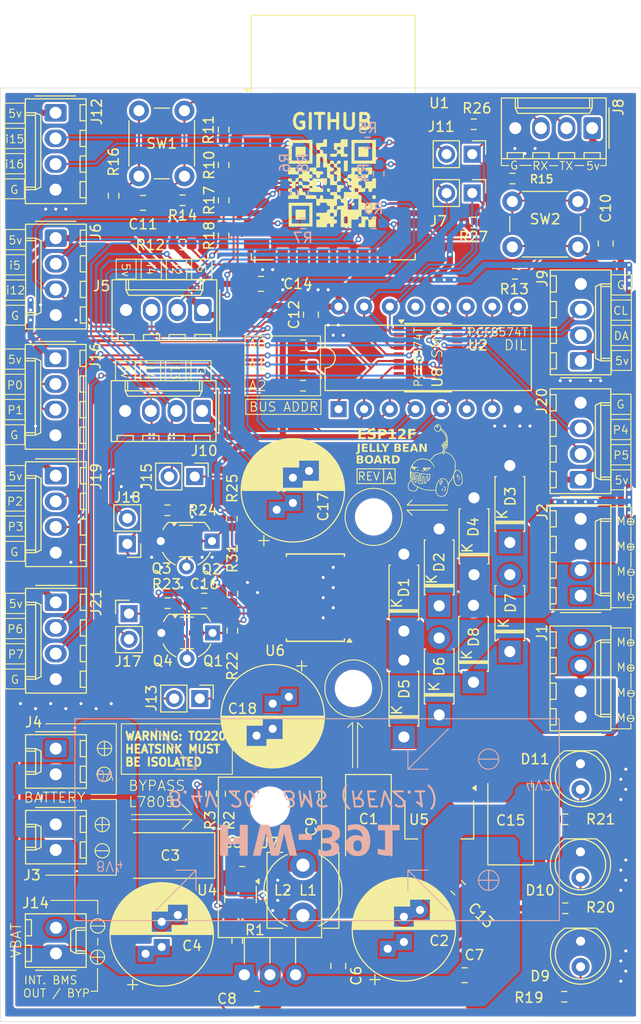
<source format=kicad_pcb>
(kicad_pcb (version 20240108) (generator "pcbnew") (generator_version "8.0")
  (layers (0 "F.Cu" signal) (31 "B.Cu" signal) (34 "B.Paste" user) (35 "F.Paste" user) (36 "B.SilkS" user "B.Silkscreen") (37 "F.SilkS" user "F.Silkscreen") (38 "B.Mask" user) (39 "F.Mask" user) (44 "Edge.Cuts" user))
  (net 0 "")
  (net 1 "+5V")
  (net 2 "GND")
  (net 3 "+VBAT")
  (net 4 "Net-(U4-VBST)")
  (net 5 "Net-(U4-SW)")
  (net 6 "Net-(U4-VFB)")
  (net 7 "Net-(U1-GPIO0)")
  (net 8 "Net-(C10-Pad2)")
  (net 9 "Net-(U1-~{RST})")
  (net 10 "3v3")
  (net 11 "Net-(D1-K)")
  (net 12 "Net-(D2-K)")
  (net 13 "Net-(D3-K)")
  (net 14 "Net-(D4-K)")
  (net 15 "Net-(J3-Pin_1)")
  (net 16 "Net-(J3-Pin_2)")
  (net 17 "Net-(J4-Pin_2)")
  (net 18 "/GPIO4")
  (net 19 "/GPIO2")
  (net 20 "/GPIO5")
  (net 21 "/GPIO12")
  (net 22 "/TXD")
  (net 23 "/RXD")
  (net 24 "/SCL")
  (net 25 "/SDA")
  (net 26 "/GPIO13")
  (net 27 "/GPIO14")
  (net 28 "/GPIO16")
  (net 29 "/GPIO15")
  (net 30 "/P1")
  (net 31 "/P0")
  (net 32 "/P3")
  (net 33 "/P2")
  (net 34 "/P4")
  (net 35 "/P5")
  (net 36 "/P7")
  (net 37 "/P6")
  (net 38 "/DIR1_B")
  (net 39 "/BRIDGE1_A2")
  (net 40 "/DIR2_B")
  (net 41 "/BRIDGE1_B2")
  (net 42 "Net-(U1-ADC)")
  (net 43 "Net-(R10-Pad1)")
  (net 44 "Net-(U1-EN)")
  (net 45 "Net-(R16-Pad1)")
  (net 46 "Net-(R17-Pad1)")
  (net 47 "/BRIDGE1_A1")
  (net 48 "/BRIDGE1_B1")
  (net 49 "/A2")
  (net 50 "/A1")
  (net 51 "/A0")
  (net 52 "Net-(U6-STBY)")
  (net 60 "Net-(U4-EN)")
  (net 61 "/PWMA")
  (net 62 "/PWMB")
  (net 68 "Net-(D9-A)")
  (net 69 "Net-(D10-A)")
  (net 70 "Net-(D11-A)")
  (footprint "Package_TO_SOT_SMD:SOT-23-6" (layer "F.Cu") (at 209.311751 127.4125 -90)
    (property "Reference" "U4")
    (property "Value" "TPS563200")
  )
  (footprint "Capacitor_SMD:C_0805_2012Metric_Pad1.18x1.45mm_HandSolder" (layer "F.Cu") (at 210.966671 137.742944)
    (property "Reference" "C8")
    (property "Value" "100n")
  )
  (footprint "Connector_Molex:Molex_KK-254_AE-6410-04A_1x04_P2.54mm_Vertical" (layer "F.Cu") (at 243.02 86.31 90)
    (property "Reference" "J20")
    (property "Value" "EXP_IO3")
  )
  (footprint "Capacitor_SMD:C_0805_2012Metric_Pad1.18x1.45mm_HandSolder" (layer "F.Cu") (at 231.524251 135.4125)
    (property "Reference" "C7")
    (property "Value" "100n")
  )
  (footprint "Connector_Molex:Molex_KK-254_AE-6410-04A_1x04_P2.54mm_Vertical" (layer "F.Cu") (at 243.02 109.81 90)
    (property "Reference" "J1")
    (property "Value" "MOT1")
  )
  (footprint "Connector_PinHeader_2.54mm:PinHeader_1x02_P2.54mm_Vertical" (layer "F.Cu") (at 232.275 54.0625 -90)
    (property "Reference" "J11")
    (property "Value" "JUMP_GPIO5")
  )
  (footprint "Capacitor_THT:CP_Radial_D10.0mm_P2.50mm_P5.00mm" (layer "F.Cu") (at 225.5 132.117677 90)
    (property "Reference" "C2")
    (property "Value" "100uf")
  )
  (footprint "Connector_Molex:Molex_KK-254_AE-6410-02A_1x02_P2.54mm_Vertical" (layer "F.Cu") (at 191 112.96 -90)
    (property "Reference" "J4")
    (property "Value" "BAT1")
  )
  (footprint "Resistor_SMD:R_0603_1608Metric_Pad0.98x0.95mm_HandSolder" (layer "F.Cu") (at 203.564883 58.628067)
    (property "Reference" "R14")
    (property "Value" "10k")
  )
  (footprint "Resistor_SMD:R_0603_1608Metric_Pad0.98x0.95mm_HandSolder" (layer "F.Cu") (at 241.5 128.7775)
    (property "Reference" "R20")
    (property "Value" "330R")
  )
  (footprint "Resistor_SMD:R_0603_1608Metric_Pad0.98x0.95mm_HandSolder" (layer "F.Cu") (at 241.5 119.96)
    (property "Reference" "R21")
    (property "Value" "330R")
  )
  (footprint "Connector_Molex:Molex_KK-254_AE-6410-04A_1x04_P2.54mm_Vertical" (layer "F.Cu") (at 191 85.92 -90)
    (property "Reference" "J19")
    (property "Value" "EXP_IO2")
  )
  (footprint "Resistor_SMD:R_0603_1608Metric_Pad0.98x0.95mm_HandSolder" (layer "F.Cu") (at 232.395027 60.824716 180)
    (property "Reference" "R27")
    (property "Value" "10k")
  )
  (footprint "Connector_PinHeader_2.54mm:PinHeader_1x02_P2.54mm_Vertical" (layer "F.Cu") (at 204.775 86 -90)
    (property "Reference" "J15")
    (property "Value" "JUMP_GPIO5")
  )
  (footprint "Package_TO_SOT_SMD:SOT-223-3_TabPin2" (layer "F.Cu") (at 229.009251 120 -90)
    (property "Reference" "U5")
    (property "Value" "AMS1117-3.3")
  )
  (footprint "Package_TO_SOT_THT:TO-92_Wide" (layer "F.Cu") (at 206.543635 101.499693 180)
    (property "Reference" "Q1")
    (property "Value" "BC547")
  )
  (footprint "Diode_THT:D_DO-41_SOD81_P7.62mm_Horizontal" (layer "F.Cu") (at 225.5 101.31 90)
    (property "Reference" "D1")
    (property "Value" "D")
  )
  (footprint "Package_TO_SOT_THT:TO-220-3_Horizontal_TabDown" (layer "F.Cu") (at 209.688589 135.368785)
    (property "Reference" "U7")
    (property "Value" "L7805")
  )
  (footprint "Resistor_SMD:R_0603_1608Metric_Pad0.98x0.95mm_HandSolder" (layer "F.Cu") (at 207.637891 62.14067 90)
    (property "Reference" "R18")
    (property "Value" "10k")
  )
  (footprint "Connector_PinHeader_2.54mm:PinHeader_1x02_P2.54mm_Vertical" (layer "F.Cu") (at 232.275 57.9125 -90)
    (property "Reference" "J7")
    (property "Value" "JUMP GPIO4")
  )
  (footprint "Capacitor_THT:CP_Radial_D10.0mm_P2.50mm_P5.00mm" (layer "F.Cu") (at 214.5 88.617677 90)
    (property "Reference" "C17")
    (property "Value" "100uf")
  )
  (footprint "LED_THT:LED_D5.0mm" (layer "F.Cu") (at 243 114.46 -90)
    (property "Reference" "D11")
    (property "Value" "LED")
  )
  (footprint "Resistor_SMD:R_0603_1608Metric_Pad0.98x0.95mm_HandSolder" (layer "F.Cu") (at 207.637891 58.64067 90)
    (property "Reference" "R17")
    (property "Value" "10k")
  )
  (footprint "Resistor_SMD:R_0603_1608Metric_Pad0.98x0.95mm_HandSolder" (layer "F.Cu") (at 241.397942 137.542821)
    (property "Reference" "R19")
    (property "Value" "330R")
  )
  (footprint "Package_SO:SSOP-20_4.4x6.5mm_P0.65mm" (layer "F.Cu") (at 227.9 74.225)
    (property "Reference" "U8")
    (property "Value" "PCF8574TS")
  )
  (footprint "Resistor_SMD:R_0603_1608Metric_Pad0.98x0.95mm_HandSolder" (layer "F.Cu") (at 202.061331 89.345387 180)
    (property "Reference" "R24")
    (property "Value" "10k")
  )
  (footprint "Connector_PinHeader_2.54mm:PinHeader_1x02_P2.54mm_Vertical" (layer "F.Cu") (at 205.275 108 -90)
    (property "Reference" "J13")
    (property "Value" "JUMP_GPIO12")
  )
  (footprint "Diode_THT:D_DO-41_SOD81_P7.62mm_Horizontal" (layer "F.Cu") (at 232.4 106.381827 90)
    (property "Reference" "D8")
    (property "Value" "D")
  )
  (footprint "Diode_THT:D_DO-41_SOD81_P7.62mm_Horizontal" (layer "F.Cu") (at 236 92.535 90)
    (property "Reference" "D3")
    (property "Value" "D")
  )
  (footprint "Capacitor_SMD:C_0805_2012Metric_Pad1.18x1.45mm_HandSolder" (layer "F.Cu") (at 230.879632 126.744014 -45)
    (property "Reference" "C13")
    (property "Value" "100n")
  )
  (footprint "LED_THT:LED_D5.0mm" (layer "F.Cu") (at 243 123.185 -90)
    (property "Reference" "D10")
    (property "Value" "LED")
  )
  (footprint "Symbol:My_github" (layer "F.Cu") (at 218.5 57)
    (property "Reference" "REF**" (hide yes))
    (property "Value" "My_github" (hide yes))
  )
  (footprint "Resistor_SMD:R_0603_1608Metric_Pad0.98x0.95mm_HandSolder" (layer "F.Cu") (at 203.561364 63.014557 180)
    (property "Reference" "R12")
    (property "Value" "10k")
  )
  (footprint "Connector_Molex:Molex_KK-254_AE-6410-04A_1x04_P2.54mm_Vertical" (layer "F.Cu") (at 243.02 97.81 90)
    (property "Reference" "J2")
    (property "Value" "MOT2")
  )
  (footprint "Symbol:Angry_jello" (layer "F.Cu") (at 228.5 86.5)
    (property "Reference" "REF**" (hide yes))
    (property "Value" "Angry_jello")
  )
  (footprint "Package_TO_SOT_THT:TO-92_Wide" (layer "F.Cu") (at 206.486965 92.397963 180)
    (property "Reference" "Q2")
    (property "Value" "BC547")
  )
  (footprint "Capacitor_Tantalum_SMD:CP_EIA-7343-31_Kemet-D" (layer "F.Cu") (at 202.352891 123.547877 180)
    (property "Reference" "C3")
    (property "Value" "10uf")
  )
  (footprint "Capacitor_Tantalum_SMD:CP_EIA-7343-31_Kemet-D" (layer "F.Cu") (at 221.986751 119.935 -90)
    (property "Reference" "C1")
    (property "Value" "10uf")
  )
  (footprint "LED_THT:LED_D5.0mm" (layer "F.Cu") (at 243.013249 132.0375 -90)
    (property "Reference" "D9")
    (property "Value" "LED")
  )
  (footprint "Connector_Molex:Molex_KK-254_AE-6410-04A_1x04_P2.54mm_Vertical" (layer "F.Cu") (at 205.58 69.5 180)
    (property "Reference" "J5")
    (property "Value" "GPIO_HD_1")
  )
  (footprint "Capacitor_THT:CP_Radial_D10.0mm_P2.50mm_P5.00mm" (layer "F.Cu") (at 201.5 132.617677 90)
    (property "Reference" "C4")
    (property "Value" "100uf")
  )
  (footprint "Resistor_SMD:R_0603_1608Metric_Pad0.98x0.95mm_HandSolder" (layer "F.Cu") (at 206.419934 117.409158 -90)
    (property "Reference" "R3")
    (property "Value" "10k")
  )
  (footprint "Connector_Molex:Molex_KK-254_AE-6410-04A_1x04_P2.54mm_Vertical" (layer "F.Cu") (at 191 98.46 -90)
    (property "Reference" "J21")
    (property "Value" "EXP_IO4")
  )
  (footprint "Diode_THT:D_DO-41_SOD81_P7.62mm_Horizontal" (layer "F.Cu") (at 229 109.62 90)
    (property "Reference" "D6")
    (property "Value" "D")
  )
  (footprint "Capacitor_SMD:C_0805_2012Metric_Pad1.18x1.45mm_HandSolder" (layer "F.Cu") (at 205.721773 98.306849 180)
    (property "Reference" "C16")
    (property "Value" "100n")
  )
  (footprint "Connector_Molex:Molex_KK-254_AE-6410-04A_1x04_P2.54mm_Vertical" (layer "F.Cu") (at 190.98 49.96 -90)
    (property "Reference" "J12")
    (property "Value" "GPIO_HD_4")
  )
  (footprint "Package_SO:SSOP-24_5.3x8.2mm_P0.65mm" (layer "F.Cu") (at 216.735354 98 180)
    (property "Reference" "U6")
    (property "Value" "TB6612FNG")
  )
  (footprint "Resistor_SMD:R_0603_1608Metric" (layer "F.Cu") (at 208.446965 90.172771 90)
    (property "Reference" "R25")
    (property "Value" "1k")
  )
  (footprint "Button_Switch_THT:SW_PUSH_6mm_H4.3mm" (layer "F.Cu") (at 236.25 58.75)
    (property "Reference" "SW2")
    (property "Value" "FLASH")
  )
  (footprint "Inductor_SMD:L_Sunlord_MWSA0624S" (layer "F.Cu") (at 215.5 127 -90)
    (property "Reference" "L1")
    (property "Value" "2.2uH")
  )
  (footprint "Resistor_SMD:R_0603_1608Metric_Pad0.98x0.95mm_HandSolder" (layer "F.Cu") (at 215.5 77)
    (property "Reference" "R28" (hide yes))
    (property "Value" "10k")
  )
  (footprint "Resistor_SMD:R_0603_1608Metric_Pad0.98x0.95mm_HandSolder" (layer "F.Cu") (at 208.986751 132 90)
    (property "Reference" "R1")
    (property "Value" "10k")
  )
  (footprint "Capacitor_SMD:C_0805_2012Metric_Pad1.18x1.45mm_HandSolder" (layer "F.Cu") (at 219 134.5 90)
    (property "Reference" "C6")
    (property "Value" "100n")
  )
  (footprint "Resistor_SMD:R_0603_1608Metric_Pad0.98x0.95mm_HandSolder" (layer "F.Cu") (at 208.503635 101.269693 90)
    (property "Reference" "R22")
    (property "Value" "1k")
  )
  (footprint "Connector_Molex:Molex_KK-254_AE-6410-04A_1x04_P2.54mm_Vertical" (layer "F.Cu") (at 190.970395 74.29091 -90)
    (property "Reference" "J16")
    (property "Value" "EXP_IO1")
  )
  (footprint "Resistor_SMD:R_0603_1608Metric_Pad0.98x0.95mm_HandSolder" (layer "F.Cu") (at 207.637891 51.64067 90)
    (property "Reference" "R11")
    (property "Value" "10k")
  )
  (footprint "Connector_Molex:Molex_KK-254_AE-6410-04A_1x04_P2.54mm_Vertical" (layer "F.Cu") (at 244.16216 51.48 180)
    (property "Reference" "J8")
    (property "Value" "PROG")
  )
  (footprint "MountingHole:MountingHole_3.2mm_M3_DIN965" (layer "F.Cu") (at 220.5 107)
    (property "Reference" "H1" (hide yes))
    (property "Value" "MountingHole")
  )
  (footprint "Connector_Molex:Molex_KK-254_AE-6410-02A_1x02_P2.54mm_Vertical" (layer "F.Cu") (at 191 120.46 -90)
    (property "Reference" "J3")
    (property "Value" "BAT2")
  )
  (footprint "MountingHole:MountingHole_3.2mm_M3_DIN965" (layer "F.Cu") (at 222.5 90)
    (property "Reference" "H2" (hide yes))
    (property "Value" "MountingHole")
  )
  (footprint "Resistor_SMD:R_0603_1608Metric_Pad0.98x0.95mm_HandSolder" (layer "F.Cu") (at 208.511248 97.619574 -90)
    (property "Reference" "R31")
    (property "Value" "10k")
  )
  (footprint "RF_Module:ESP-12E" (layer "F.Cu") (at 218.5 52.4125)
    (property "Reference" "U1")
    (property "Value" "ESP-12F")
  )
  (footprint "Button_Switch_THT:SW_PUSH_6mm_H4.3mm" (layer "F.Cu") (at 199.25 56.25 90)
    (property "Reference" "SW1")
    (property "Value" "RST")
  )
  (footprint "Resistor_SMD:R_0603_1608Metric_Pad0.98x0.95mm_HandSolder" (layer "F.Cu") (at 215.5 73)
    (property "Reference" "R30" (hide yes))
    (property "Value" "10k")
  )
  (footprint "Diode_THT:D_DO-41_SOD81_P7.62mm_Horizontal" (layer "F.Cu") (at 232.449935 95.726735 90)
    (property "Reference" "D4")
    (property "Value" "D")
  )
  (footprint "Package_DIP:DIP-16_W10.16mm" (layer "F.Cu") (at 219.025 79.325 90)
    (property "Reference" "U2")
    (property "Value" "PCF8574")
  )
  (footprint "Resistor_SMD:R_0603_1608Metric_Pad0.98x0.95mm_HandSolder" (layer "F.Cu") (at 232.432318 51.09574 180)
    (property "Reference" "R26")
    (property "Value" "10k")
  )
  (footprint "Capacitor_SMD:C_0805_2012Metric_Pad1.18x1.45mm_HandSolder" (layer "F.Cu") (at 211.345965 66.911542)
    (property "Reference" "C14")
    (property "Value" "100n")
  )
  (footprint "Resistor_SMD:R_0603_1608Metric_Pad0.98x0.95mm_HandSolder" (layer "F.Cu") (at 207.637891 55.14067 90)
    (property "Reference" "R10")
    (property "Value" "10k")
  )
  (footprint "Diode_THT:D_DO-41_SOD81_P7.62mm_Horizontal" (layer "F.Cu") (at 225.5 111.81 90)
    (property "Reference" "D5")
    (property "Value" "D")
  )
  (footprint "Resistor_SMD:R_0603_1608Metric_Pad0.98x0.95mm_HandSolder" (layer "F.Cu") (at 202.085075 98.548954)
    (property "Reference" "R23")
    (property "Value" "10k")
  )
  (footprint "Connector_PinHeader_2.54mm:PinHeader_1x02_P2.54mm_Vertical" (layer "F.Cu") (at 198.093709 92.675 180)
    (property "Reference" "J18")
    (property "Value" "JUMP_GPIO5")
  )
  (footprint "Connector_PinHeader_2.54mm:PinHeader_1x02_P2.54mm_Vertical" (layer "F.Cu") (at 198.260579 99.586636)
    (property "Reference" "J17")
    (property "Value" "JUMP_GPIO5")
  )
  (footprint "Resistor_SMD:R_0603_1608Metric_Pad0.98x0.95mm_HandSolder" (layer "F.Cu") (at 215.5 75)
    (property "Reference" "R29" (hide yes))
    (property "Value" "10k")
  )
  (footprint "Capacitor_Tantalum_SMD:CP_EIA-7343-31_Kemet-D" (layer "F.Cu") (at 236.084251 120.07 90)
    (property "Reference" "C15")
    (property "Value" "10uf")
  )
  (footprint "Connector_Molex:Molex_KK-254_AE-6410-04A_1x04_P2.54mm_Vertical" (layer "F.Cu") (at 191 62.38 -90)
    (property "Reference" "J6")
    (property "Value" "GPIO_HD_2")
  )
  (footprint "Package_TO_SOT_SMD:SOT-23" (layer "F.Cu") (at 204 101.5)
    (property "Reference" "Q4")
    (property "Value" "BC847")
  )
  (footprint "Inductor_THT:L_Radial_D7.5mm_P5.00mm_Fastron_07P" (layer "F.Cu") (at 215.5 124.5 -90)
    (property "Reference" "L2")
    (property "Value" "2.2uH")
  )
  (footprint "Connector_Molex:Molex_KK-254_AE-6410-04A_1x04_P2.54mm_Vertical" (layer "F.Cu") (at 243.04 74.54 90)
    (property "Reference" "J9")
    (property "Value" "I2C")
  )
  (footprint "Connector_Molex:Molex_KK-254_AE-6410-02A_1x02_P2.54mm_Vertical" (layer "F.Cu") (at 191.02 133.25 90)
    (property "Reference" "J14")
    (property "Value" "VBAT")
  )
  (footprint "Resistor_SMD:R_0603_1608Metric_Pad0.98x0.95mm_HandSolder" (layer "F.Cu") (at 236.256813 56.476199 180)
    (property "Reference" "R15")
    (property "Value" "10k")
  )
  (footprint "Diode_THT:D_DO-41_SOD81_P7.62mm_Horizontal" (layer "F.Cu") (at 229 98.81 90)
    (property "Reference" "D2")
    (property "Value" "D")
  )
  (footprint "Resistor_SMD:R_0603_1608Metric_Pad0.98x0.95mm_HandSolder" (layer "F.Cu") (at 236.5 65.9125 180)
    (property "Reference" "R13")
    (property "Value" "330R")
  )
  (footprint "Capacitor_SMD:C_0805_2012Metric_Pad1.18x1.45mm_HandSolder" (layer "F.Cu") (at 216.336417 117.69869 90)
    (property "Reference" "C9")
    (property "Value" "100n")
  )
  (footprint "Resistor_SMD:R_0603_1608Metric_Pad0.98x0.95mm_HandSolder" (layer "F.Cu") (at 208.330848 117.438111 90)
    (property "Reference" "R2")
    (property "Value" "54k9")
  )
  (footprint "Connector_Molex:Molex_KK-254_AE-6410-04A_1x04_P2.54mm_Vertical" (layer "F.Cu") (at 205.5 79.5 180)
    (property "Reference" "J10")
    (property "Value" "GPIO_HD_3")
  )
  (footprint "Capacitor_SMD:C_0805_2012Metric_Pad1.18x1.45mm_HandSolder" (layer "F.Cu") (at 245.5 62.9125 -90)
    (property "Reference" "C10")
    (property "Value" "100n")
  )
  (footprint "Capacitor_SMD:C_0805_2012Metric_Pad1.18x1.45mm_HandSolder" (layer "F.Cu") (at 209.486751 123.9125 180)
    (property "Reference" "C5")
    (property "Value" "100n")
  )
  (footprint "Capacitor_THT:CP_Radial_D10.0mm_P2.50mm_P5.00mm" (layer "F.Cu") (at 212.5 108.5 -90)
    (property "Reference" "C18")
    (property "Value" "100uf")
  )
  (footprint "Resistor_SMD:R_0603_1608Metric_Pad0.98x0.95mm_HandSolder" (layer "F.Cu") (at 196.732276 58.17634 -90)
    (property "Reference" "R16")
    (property "Value" "330R")
  )
  (footprint "Diode_THT:D_DO-41_SOD81_P7.62mm_Horizontal" (layer "F.Cu") (at 236 103.345 90)
    (property "Reference" "D7")
    (property "Value" "D")
  )
  (footprint "Capacitor_SMD:C_0805_2012Metric_Pad1.18x1.45mm_HandSolder" (layer "F.Cu") (at 216.290467 69.961725 90)
    (property "Reference" "C12")
    (property "Value" "100n")
  )
  (footprint "Package_TO_SOT_SMD:SOT-23" (layer "F.Cu") (at 203.9 92.390552)
    (property "Reference" "Q3")
    (property "Value" "BC847")
  )
  (footprint "Capacitor_SMD:C_0805_2012Metric_Pad1.18x1.45mm_HandSolder" (layer "F.Cu") (at 199.645879 58.884303 180)
    (property "Reference" "C11")
    (property "Value" "100n")
  )
  (footprint "Resistor_SMD:R_0603_1608Metric_Pad0.98x0.95mm_HandSolder" (layer "B.Cu") (at 213.724336 57.912216 -90)
    (property "Reference" "R6")
    (property "Value" "100k")
  )
  (footprint "Resistor_SMD:R_0603_1608Metric_Pad0.98x0.95mm_HandSolder" (layer "B.Cu") (at 223 56 -90)
    (property "Reference" "R4")
    (property "Value" "100k")
  )
  (footprint "Resistor_SMD:R_0603_1608Metric_Pad0.98x0.95mm_HandSolder" (layer "B.Cu") (at 215.5 60.9125)
    (property "Reference" "R7")
    (property "Value" "100k")
  )
  (footprint "Battery:Chinese 20A BMS" (layer "B.Cu") (at 221.9 120)
    (property "Reference" "U3" (hide yes))
    (property "Value" "~")
  )
  (footprint "Resistor_SMD:R_0603_1608Metric_Pad0.98x0.95mm_HandSolder" (layer "B.Cu") (at 215.5 57.9125 -90)
    (property "Reference" "R8")
    (property "Value" "100k")
  )
  (footprint "Resistor_SMD:R_0603_1608Metric_Pad0.98x0.95mm_HandSolder" (layer "B.Cu") (at 221.9125 52.9125 180)
    (property "Reference" "R5")
    (property "Value" "100k")
  )
  (footprint "Resistor_SMD:R_0603_1608Metric_Pad0.98x0.95mm_HandSolder" (layer "B.Cu") (at 222.5 60.9125 180)
    (property "Reference" "R9")
    (property "Value" "100k")
  )
  (gr_line (start 195.140806 134.764261) (end 195.140806 137) (stroke (width 0.1)) (layer "F.SilkS"))
  (gr_line (start 247.999999 77.841842) (end 247.999999 80.341842) (stroke (width 0.1)) (layer "F.SilkS"))
  (gr_rect (start 186.017589 61.523505) (end 188.017589 63.523505) (stroke (width 0.1)) (fill none) (layer "F.SilkS"))
  (gr_rect (start 185.9773 87.421394) (end 187.9773 89.421394) (stroke (width 0.1)) (fill none) (layer "F.SilkS"))
  (gr_rect (start 246.044376 66.016352) (end 248.044376 68.016352) (stroke (width 0.1)) (fill none) (layer "F.SilkS"))
  (gr_line (start 220.916333 114.869731) (end 220.916333 110.369731) (stroke (width 0.1)) (layer "F.SilkS"))
  (gr_rect (start 186.017589 64.023505) (end 188.017589 66.023505) (stroke (width 0.1)) (fill none) (layer "F.SilkS"))
  (gr_line (start 201.967092 64.466093) (end 201.467092 64.466093) (stroke (width 0.1)) (layer "F.SilkS"))
  (gr_line (start 208.5 111) (end 208.5 110.5) (stroke (width 0.1)) (layer "F.SilkS"))
  (gr_line (start 196.314635 123.080825) (end 194.900423 123.080825) (stroke (width 0.1)) (layer "F.SilkS"))
  (gr_rect (start 186.015989 69.031977) (end 187.984012 71) (stroke (width 0.1)) (fill none) (layer "F.SilkS"))
  (gr_line (start 248 95) (end 248 93.5) (stroke (width 0.1)) (layer "F.SilkS"))
  (gr_line (start 195.607529 119.785654) (end 195.607529 121.199866) (stroke (width 0.1)) (layer "F.SilkS"))
  (gr_line (start 235.156007 55.192597) (end 235.156007 54.514886) (stroke (width 0.1)) (layer "F.SilkS"))
  (gr_line (start 248 109.5) (end 248 108) (stroke (width 0.1)) (layer "F.SilkS"))
  (gr_line (start 243.338345 55.187711) (end 242.475428 55.187711) (stroke (width 0.1)) (layer "F.SilkS"))
  (gr_line (start 248 99) (end 248 98.5) (stroke (width 0.1)) (layer "F.SilkS"))
  (gr_line (start 195.846913 133.624967) (end 194.432701 133.624967) (stroke (width 0.1)) (layer "F.SilkS"))
  (gr_rect (start 246.031976 85.341842) (end 247.999999 87.309865) (stroke (width 0.1)) (fill none) (layer "F.SilkS"))
  (gr_line (start 185.945391 80.363956) (end 185.945391 80.863956) (stroke (width 0.1)) (layer "F.SilkS"))
  (gr_line (start 195.162744 129.345431) (end 195.162744 128) (stroke (width 0.1)) (layer "F.SilkS"))
  (gr_rect (start 201.896296 74.523733) (end 203.896296 76.523733) (stroke (width 0.1)) (fill none) (layer "F.SilkS"))
  (gr_line (start 196.53921 112.944748) (end 195.124998 112.944748) (stroke (width 0.1)) (layer "F.SilkS"))
  (gr_rect (start 223.492399 85.239462) (end 224.633204 86.703762) (stroke (width 0.1)) (fill none) (layer "F.SilkS"))
  (gr_line (start 195.868852 130.531627) (end 194.45464 130.531627) (stroke (width 0.1)) (layer "F.SilkS"))
  (gr_line (start 247.999999 84.841842) (end 247.999999 85.341842) (stroke (width 0.1)) (layer "F.SilkS"))
  (gr_line (start 229.815163 89.329942) (end 225.815163 89.329942) (stroke (width 0.1)) (layer "F.SilkS"))
  (gr_rect (start 185.945391 78.363956) (end 187.945391 80.363956) (stroke (width 0.1)) (fill none) (layer "F.SilkS"))
  (gr_line (start 248.044376 73.016352) (end 248.044376 73.516352) (stroke (width 0.1)) (layer "F.SilkS"))
  (gr_circle (center 247.976199 90.471899) (end 247.976199 90.143108) (stroke (width 0.1)) (fill none) (layer "F.SilkS"))
  (gr_line (start 208.5 115.5) (end 197.5 115.5) (stroke (width 0.1)) (layer "F.SilkS"))
  (gr_line (start 246.544376 66.016352) (end 248.044376 66.016352) (stroke (width 0.1)) (layer "F.SilkS"))
  (gr_line (start 248 89) (end 246 89) (stroke (width 0.1)) (layer "F.SilkS"))
  (gr_rect (start 196.919801 74.522133) (end 198.887824 76.490156) (stroke (width 0.1)) (fill none) (layer "F.SilkS"))
  (gr_line (start 248.044376 70.516352) (end 248.044376 71.016352) (stroke (width 0.1)) (layer "F.SilkS"))
  (gr_line (start 185.9773 84.921394) (end 185.9773 87.421394) (stroke (width 0.1)) (layer "F.SilkS"))
  (gr_line (start 248.044376 66.016352) (end 248.044376 68.516352) (stroke (width 0.1)) (layer "F.SilkS"))
  (gr_line (start 220.416333 110.369731) (end 219.916333 110.869731) (stroke (width 0.1)) (layer "F.SilkS"))
  (gr_line (start 248 107) (end 248 105.5) (stroke (width 0.1)) (layer "F.SilkS"))
  (gr_rect (start 186.00091 105.075955) (end 187.968933 107.043978) (stroke (width 0.1)) (fill none) (layer "F.SilkS"))
  (gr_line (start 235.893854 55.187711) (end 235.206445 55.187711) (stroke (width 0.1)) (layer "F.SilkS"))
  (gr_rect (start 245.999999 82.841842) (end 247.999999 84.841842) (stroke (width 0.1)) (fill none) (layer "F.SilkS"))
  (gr_line (start 197.5 110.5) (end 208.5 110.5) (stroke (width 0.1)) (layer "F.SilkS"))
  (gr_line (start 248 92.5) (end 248 91) (stroke (width 0.1)) (layer "F.SilkS"))
  (gr_line (start 194.5 118) (end 197 118) (stroke (width 0.1)) (layer "F.SilkS"))
  (gr_rect (start 199.467092 64.466093) (end 201.467092 66.466093) (stroke (width 0.1)) (fill none) (layer "F.SilkS"))
  (gr_rect (start 246.044376 68.516352) (end 248.044376 70.516352) (stroke (width 0.1)) (fill none) (layer "F.SilkS"))
  (gr_line (start 195.139807 132.917861) (end 195.139807 134.332073) (stroke (width 0.1)) (layer "F.SilkS"))
  (gr_line (start 199.396296 74.523733) (end 198.896296 74.523733) (stroke (width 0.1)) (layer "F.SilkS"))
  (gr_line (start 186.00251 104.567483) (end 186.00251 105.067483) (stroke (width 0.1)) (layer "F.SilkS"))
  (gr_circle (center 247.975572 92.975674) (end 247.975572 92.646883) (stroke (width 0.1)) (fill none) (layer "F.SilkS"))
  (gr_rect (start 185.9757 92.429866) (end 187.943723 94.397889) (stroke (width 0.1)) (fill none) (layer "F.SilkS"))
  (gr_line (start 185.930096 56.00259) (end 185.930096 56.50259) (stroke (width 0.1)) (layer "F.SilkS"))
  (gr_line (start 186.517589 61.523505) (end 188.017589 61.523505) (stroke (width 0.1)) (layer "F.SilkS"))
  (gr_rect (start 186.00251 102.567483) (end 188.00251 104.567483) (stroke (width 0.1)) (fill none) (layer "F.SilkS"))
  (gr_circle (center 247.976199 102.471899) (end 247.976199 102.143108) (stroke (width 0.1)) (fill none) (layer "F.SilkS"))
  (gr_line (start 185.945391 77.863956) (end 185.945391 78.363956) (stroke (width 0.1)) (layer "F.SilkS"))
  (gr_circle (center 248 95.5) (end 248 95.171209) (stroke (width 0.1)) (fill none) (layer "F.SilkS"))
  (gr_circle (center 247.975572 104.975674) (end 247.975572 104.646883) (stroke (width 0.1)) (fill none) (layer "F.SilkS"))
  (gr_line (start 206.396296 75.023733) (end 206.396296 76.523733) (stroke (width 0.1)) (layer "F.SilkS"))
  (gr_rect (start 185.930096 51.50259) (end 187.930096 53.50259) (stroke (width 0.1)) (fill none) (layer "F.SilkS"))
  (gr_rect (start 185.928496 56.511062) (end 187.896519 58.479085) (stroke (width 0.1)) (fill none) (layer "F.SilkS"))
  (gr_line (start 220.916333 110.369731) (end 221.416333 110.869731) (stroke (width 0.1)) (layer "F.SilkS"))
  (gr_circle (center 247.965331 97.974557) (end 247.965331 97.645766) (stroke (width 0.1)) (fill none) (layer "F.SilkS"))
  (gr_rect (start 186.00251 100.067483) (end 188.00251 102.067483) (stroke (width 0.1)) (fill none) (layer "F.SilkS"))
  (gr_rect (start 185.930096 49.00259) (end 187.930096 51.00259) (stroke (width 0.1)) (fill none) (layer "F.SilkS"))
  (gr_line (start 245.54216 54.51) (end 245.54216 55.192284) (stroke (width 0.1)) (layer "F.SilkS"))
  (gr_rect (start 186.017589 66.523505) (end 188.017589 68.523505) (stroke (width 0.1)) (fill none) (layer "F.SilkS"))
  (gr_line (start 185.9773 89.421394) (end 185.9773 89.921394) (stroke (width 0.1)) (layer "F.SilkS"))
  (gr_rect (start 209.819674 78.350064) (end 217.281313 79.842393) (stroke (width 0.1)) (fill none) (layer "F.SilkS"))
  (gr_circle (center 195.607529 120.49276) (end 196.107529 119.99276) (stroke (width 0.1)) (fill none) (layer "F.SilkS"))
  (gr_rect (start 185.945391 75.863956) (end 187.945391 77.863956) (stroke (width 0.1)) (fill none) (layer "F.SilkS"))
  (gr_line (start 238.131589 55.173085) (end 236.976157 55.173085) (stroke (width 0.1)) (layer "F.SilkS"))
  (gr_line (start 248 111) (end 248 110.5) (stroke (width 0.1)) (layer "F.SilkS"))
  (gr_rect (start 246.076353 73.516352) (end 248.044376 75.484375) (stroke (width 0.1)) (fill none) (layer "F.SilkS"))
  (gr_line (start 197 117.5) (end 197 110.5) (stroke (width 0.1)) (layer "F.SilkS"))
  (gr_line (start 248 97.5) (end 248 96) (stroke (width 0.1)) (layer "F.SilkS"))
  (gr_line (start 194.5 117.5) (end 197 117.5) (stroke (width 0.1)) (layer "F.SilkS"))
  (gr_line (start 196.314635 120.49276) (end 194.900423 120.49276) (stroke (width 0.1)) (layer "F.SilkS"))
  (gr_rect (start 204.396296 74.523733) (end 206.396296 76.523733) (stroke (width 0.1)) (fill none) (layer "F.SilkS"))
  (gr_line (start 197 118) (end 197 125) (stroke (width 0.1)) (layer "F.SilkS"))
  (gr_line (start 201.896296 74.523733) (end 201.396296 74.523733) (stroke (width 0.1)) (layer "F.SilkS"))
  (gr_line (start 185.930096 53.50259) (end 185.930096 54.00259) (stroke (width 0.1)) (layer "F.SilkS"))
  (gr_line (start 248 90) (end 248 89) (stroke (width 0.1)) (layer "F.SilkS"))
  (gr_line (start 204.5 119.5) (end 203.5 118.5) (stroke (width 0.1)) (layer "F.SilkS"))
  (gr_line (start 229.815163 88.829942) (end 225.815163 88.829942) (stroke (width 0.1)) (layer "F.SilkS"))
  (gr_line (start 186.50251 97.567483) (end 188.00251 97.567483) (stroke (width 0.1)) (layer "F.SilkS"))
  (gr_line (start 248 101) (end 246 101) (stroke (width 0.1)) (layer "F.SilkS"))
  (gr_line (start 195.162744 128) (end 190.5 128) (stroke (width 0.1)) (layer "F.SilkS"))
  (gr_line (start 240.734967 55.202336) (end 239.945178 55.202336) (stroke (width 0.1)) (layer "F.SilkS"))
  (gr_line (start 206.467092 64.466093) (end 203.967092 64.466093) (stroke (width 0.1)) (layer "F.SilkS"))
  (gr_rect (start 185.943791 80.872428) (end 187.911814 82.840451) (stroke (width 0.1)) (fill none) (layer "F.SilkS"))
  (gr_line (start 198.5 120) (end 204.5 120) (stroke (width 0.1)) (layer "F.SilkS"))
  (gr_line (start 186.445391 73.363956) (end 187.945391 73.363956) (stroke (width 0.1)) (layer "F.SilkS"))
  (gr_line (start 185.945391 73.363956) (end 185.945391 75.863956) (stroke (width 0.1)) (layer "F.SilkS"))
  (gr_line (start 197 125) (end 197 125.5) (stroke (width 0.1)) (layer "F.SilkS"))
  (gr_line (start 206.467092 64.966093) (end 206.467092 66.466093) (stroke (width 0.1)) (layer "F.SilkS"))
  (gr_line (start 186.017589 68.523505) (end 186.017589 69.023505) (stroke (width 0.1)) (layer "F.SilkS"))
  (gr_line (start 247.999999 82.341842) (end 247.999999 82.841842) (stroke (width 0.1)) (layer "F.SilkS"))
  (gr_line (start 186.017589 61.523505) (end 186.017589 64.023505) (stroke (width 0.1)) (layer "F.SilkS"))
  (gr_line (start 246.499999 77.841842) (end 247.999999 77.841842) (stroke (width 0.1)) (layer "F.SilkS"))
  (gr_circle (center 220.5 107) (end 222.5 105) (stroke (width 0.1)) (fill none) (layer "F.SilkS"))
  (gr_rect (start 196.990597 64.464493) (end 198.95862 66.432516) (stroke (width 0.1)) (fill none) (layer "F.SilkS"))
  (gr_line (start 195.140806 137) (end 194.5 137) (stroke (width 0.1)) (layer "F.SilkS"))
  (gr_circle (center 195.139807 133.624967) (end 195.639807 133.124967) (stroke (width 0.1)) (fill none) (layer "F.SilkS"))
  (gr_line (start 225.815163 89.329942) (end 226.315163 89.829942) (stroke (width 0.1)) (layer "F.SilkS"))
  (gr_line (start 208.5 111) (end 208.5 115.5) (stroke (width 0.1)) (layer "F.SilkS"))
  (gr_circle (center 195.792894 115.5) (end 196.292894 115) (stroke (width 0.1)) (fill none) (layer "F.SilkS"))
  (gr_circle (center 247.965331 109.974557) (end 247.965331 109.645766) (stroke (width 0.1)) (fill none) (layer "F.SilkS"))
  (gr_line (start 185.930096 49.00259) (end 185.930096 51.50259) (stroke (width 0.1)) (layer "F.SilkS"))
  (gr_line (start 197 125.5) (end 190 125.5) (stroke (width 0.1)) (layer "F.SilkS"))
  (gr_line (start 198.5 119.5) (end 204.5 119.5) (stroke (width 0.1)) (layer "F.SilkS"))
  (gr_line (start 197.5 115.5) (end 197.5 110.5) (stroke (width 0.1)) (layer "F.SilkS"))
  (gr_circle (center 222.5 90) (end 224.5 88) (stroke (width 0.1)) (fill none) (layer "F.SilkS"))
  (gr_rect (start 185.9773 89.921394) (end 187.9773 91.921394) (stroke (width 0.1)) (fill none) (layer "F.SilkS"))
  (gr_circle (center 248 107.5) (end 248 107.171209) (stroke (width 0.1)) (fill none) (layer "F.SilkS"))
  (gr_line (start 186.017589 66.023505) (end 186.017589 66.523505) (stroke (width 0.1)) (layer "F.SilkS"))
  (gr_line (start 197 110.5) (end 190 110.5) (stroke (width 0.1)) (layer "F.SilkS"))
  (gr_rect (start 246.044376 71.016352) (end 248.044376 73.016352) (stroke (width 0.1)) (fill none) (layer "F.SilkS"))
  (gr_line (start 225.815163 88.829942) (end 226.315163 88.329942) (stroke (width 0.1)) (layer "F.SilkS"))
  (gr_circle (center 195.832104 112.944748) (end 196.332104 112.444748) (stroke (width 0.1)) (fill none) (layer "F.SilkS"))
  (gr_line (start 199.467092 64.466093) (end 198.967092 64.466093) (stroke (width 0.1)) (layer "F.SilkS"))
  (gr_line (start 206.396296 74.523733) (end 203.896296 74.523733) (stroke (width 0.1)) (layer "F.SilkS"))
  (gr_rect (start 185.930096 54.00259) (end 187.930096 56.00259) (stroke (width 0.1)) (fill none) (layer "F.SilkS"))
  (gr_rect (start 204.467092 64.466093) (end 206.467092 66.466093) (stroke (width 0.1)) (fill none) (layer "F.SilkS"))
  (gr_rect (start 199.396296 74.523733) (end 201.396296 76.523733) (stroke (width 0.1)) (fill none) (layer "F.SilkS"))
  (gr_line (start 195.832104 112.237642) (end 195.832104 113.651854) (stroke (width 0.1)) (layer "F.SilkS"))
  (gr_circle (center 195.161746 130.531627) (end 195.661746 130.031627) (stroke (width 0.1)) (fill none) (layer "F.SilkS"))
  (gr_rect (start 185.9773 84.921394) (end 187.9773 86.921394) (stroke (width 0.1)) (fill none) (layer "F.SilkS"))
  (gr_line (start 246 111) (end 248 111) (stroke (width 0.1)) (layer "F.SilkS"))
  (gr_rect (start 220.856469 85.239462) (end 223.497274 86.703762) (stroke (width 0.1)) (fill none) (layer "F.SilkS"))
  (gr_rect (start 245.999999 77.841842) (end 247.999999 79.841842) (stroke (width 0.1)) (fill none) (layer "F.SilkS"))
  (gr_line (start 220.416333 114.869731) (end 220.416333 110.369731) (stroke (width 0.1)) (layer "F.SilkS"))
  (gr_line (start 248 104.5) (end 248 103) (stroke (width 0.1)) (layer "F.SilkS"))
  (gr_rect (start 185.945391 73.363956) (end 187.945391 75.363956) (stroke (width 0.1)) (fill none) (layer "F.SilkS"))
  (gr_line (start 186.430096 49.00259) (end 187.930096 49.00259) (stroke (width 0.1)) (layer "F.SilkS"))
  (gr_circle (center 195.607529 123.080825) (end 196.107529 122.580825) (stroke (width 0.1)) (fill none) (layer "F.SilkS"))
  (gr_line (start 196.5 115.5) (end 195.085788 115.5) (stroke (width 0.1)) (layer "F.SilkS"))
  (gr_rect (start 245.999999 80.341842) (end 247.999999 82.341842) (stroke (width 0.1)) (fill none) (layer "F.SilkS"))
  (gr_line (start 186.4773 84.921394) (end 187.9773 84.921394) (stroke (width 0.1)) (layer "F.SilkS"))
  (gr_line (start 204.5 120) (end 203.570403 120.929597) (stroke (width 0.1)) (layer "F.SilkS"))
  (gr_line (start 245.54216 55.192284) (end 245.007024 55.192284) (stroke (width 0.1)) (layer "F.SilkS"))
  (gr_rect (start 186.00251 97.567483) (end 188.00251 99.567483) (stroke (width 0.1)) (fill none) (layer "F.SilkS"))
  (gr_line (start 186.00251 102.067483) (end 186.00251 102.567483) (stroke (width 0.1)) (layer "F.SilkS"))
  (gr_rect (start 201.967092 64.466093) (end 203.967092 66.466093) (stroke (width 0.1)) (fill none) (layer "F.SilkS"))
  (gr_line (start 186.00251 97.567483) (end 186.00251 100.067483) (stroke (width 0.1)) (layer "F.SilkS"))
  (gr_line (start 185.9773 91.921394) (end 185.9773 92.421394) (stroke (width 0.1)) (layer "F.SilkS"))
  (gr_rect (start 209.753836 72.07351) (end 217.23742 77.997471) (stroke (width 0.1)) (fill none) (layer "F.SilkS"))
  (gr_line (start 248 102) (end 248 101) (stroke (width 0.1)) (layer "F.SilkS"))
  (gr_line (start 246 99) (end 248 99) (stroke (width 0.1)) (layer "F.SilkS"))
  (gr_line (start 195.162744 132.438771) (end 195.162744 131.736737) (stroke (width 0.1)) (layer "F.SilkS"))
  (gr_rect (start 185.5 47.5) (end 249 140) (stroke (width 0.05)) (fill none) (layer "Edge.Cuts"))
  (gr_text "G" (at 186.42142 82.369366 0) (layer "F.SilkS") (effects (font (size 0.8 0.8) (thickness 0.1)) (justify left bottom)))
  (gr_text "ESP12F" (at 220.86165 82.467092 0) (layer "F.SilkS") (effects (font (size 1 1) (thickness 0.2) (bold yes) (italic yes)) (justify left bottom)))
  (gr_text "5v\n" (at 197.469818 64.793309 -90) (layer "F.SilkS") (effects (font (size 0.8 0.8) (thickness 0.1)) (justify left bottom)))
  (gr_text "G" (at 186.482648 106.582303 0) (layer "F.SilkS") (effects (font (size 0.8 0.8) (thickness 0.1)) (justify left bottom)))
  (gr_text "i12\n" (at 185.990249 68.0195 0) (layer "F.SilkS") (effects (font (size 0.8 0.8) (thickness 0.1)) (justify left bottom)))
  (gr_text "BYPASS\nL7805" (at 198.138809 118.830076 0) (layer "F.SilkS") (effects (font (size 1 1) (thickness 0.1)) (justify left bottom)))
  (gr_text "VBAT\n" (at 187.642911 133.755178 90) (layer "F.SilkS") (effects (font (size 1 1) (thickness 0.1)) (justify left bottom)))
  (gr_text "P5\n" (at 246.198309 84.363915 0) (layer "F.SilkS") (effects (font (size 0.8 0.8) (thickness 0.1)) (justify left bottom)))
  (gr_text "INT. BMS\n" (at 187.778617 136.376544 0) (layer "F.SilkS") (effects (font (size 0.8 0.8) (thickness 0.1)) (justify left bottom)))
  (gr_text "M-\n" (at 246.517351 95.880268 0) (layer "F.SilkS") (effects (font (size 0.8 0.8) (thickness 0.1)) (justify left bottom)))
  (gr_text "CL" (at 246.184183 70.037426 0) (layer "F.SilkS") (effects (font (size 0.8 0.8) (thickness 0.1)) (justify left bottom)))
  (gr_text "G" (at 186.429596 93.956122 0) (layer "F.SilkS") (effects (font (size 0.8 0.8) (thickness 0.1)) (justify left bottom)))
  (gr_text "P1\n" (at 186.143701 79.886029 0) (layer "F.SilkS") (effects (font (size 0.8 0.8) (thickness 0.1)) (justify left bottom)))
  (gr_text "5v\n" (at 186.286065 99.08403 0) (layer "F.SilkS") (effects (font (size 0.8 0.8) (thickness 0.1)) (justify left bottom)))
  (gr_text "P0\n\n" (at 186.105105 78.708483 0) (layer "F.SilkS") (effects (font (size 0.8 0.8) (thickness 0.1)) (justify left bottom)))
  (gr_text "M-\n" (at 246.517351 110.380268 0) (layer "F.SilkS") (effects (font (size 0.8 0.8) (thickness 0.1)) (justify left bottom)))
  (gr_text "5v\n" (at 186.228061 50.504317 0) (layer "F.SilkS") (effects (font (size 0.8 0.8) (thickness 0.1)) (justify left bottom)))
  (gr_text "5v\n" (at 243.495412 55.692859 0) (layer "F.SilkS") (effects (font (size 0.8 0.8) (thickness 0.1)) (justify left bottom)))
  (gr_text "5v\n" (at 186.256813 63.058502 0) (layer "F.SilkS") (effects (font (size 0.8 0.8) (thickness 0.1)) (justify left bottom)))
  (gr_text "G" (at 246.544376 67.498002 0) (layer "F.SilkS") (effects (font (size 0.8 0.8) (thickness 0.1)) (justify left bottom)))
  (gr_text "PCF8574T\n" (at 231.772024 72.173665 0) (layer "F.SilkS") (effects (font (size 0.8 0.8) (thickness 0.1)) (justify left bottom)))
  (gr_text "i5" (at 186.312591 65.555777 0) (layer "F.SilkS") (effects (font (size 0.8 0.8) (thickness 0.1)) (justify left bottom)))
  (gr_text "5v\n" (at 246.371592 75.013626 0) (layer "F.SilkS") (effects (font (size 0.8 0.8) (thickness 0.1)) (justify left bottom)))
  (gr_text "A1\n" (at 210 75.5 0) (layer "F.SilkS") (effects (font (size 1 1) (thickness 0.1)) (justify left bottom)))
  (gr_text "PCF8574T\n" (at 227.397585 77.204115 90) (layer "F.SilkS") (effects (font (size 0.8 0.8) (thickness 0.1)) (justify left bottom)))
  (gr_text "REV A" (at 220.854894 86.448522 0) (layer "F.SilkS") (effects (font (size 0.8 0.8) (thickness 0.1)) (justify left bottom)))
  (gr_text "M+\n" (at 246.517351 102.880268 0) (layer "F.SilkS") (effects (font (size 0.8 0.8) (thickness 0.1)) (justify left bottom)))
  (gr_text "I4" (at 199.933186 64.836256 270) (layer "F.SilkS") (effects (font (size 0.8 0.8) (thickness 0.1)) (justify left bottom)))
  (gr_text "G" (at 186.497409 70.536698 0) (layer "F.SilkS") (effects (font (size 0.8 0.8) (thickness 0.1)) (justify left bottom)))
  (gr_text "I2" (at 202.478061 64.814318 270) (layer "F.SilkS") (effects (font (size 0.8 0.8) (thickness 0.1)) (justify left bottom)))
  (gr_text "P7\n" (at 186.20082 104.089556 0) (layer "F.SilkS") (effects (font (size 0.8 0.8) (thickness 0.1)) (justify left bottom)))
  (gr_text "5v\n" (at 246.327215 86.839116 0) (layer "F.SilkS") (effects (font (size 0.8 0.8) (thickness 0.1)) (justify left bottom)))
  (gr_text "G" (at 186.42577 58.054939 0) (layer "F.SilkS") (effects (font (size 0.8 0.8) (thickness 0.1)) (justify left bottom)))
  (gr_text "P3\n" (at 186.17561 91.443467 0) (layer "F.SilkS") (effects (font (size 0.8 0.8) (thickness 0.1)) (justify left bottom)))
  (gr_text "M+\n" (at 246.517351 105.380268 0) (layer "F.SilkS") (effects (font (size 0.8 0.8) (thickness 0.1)) (justify left bottom)))
  (gr_text "G" (at 204.985442 64.966093 -90) (layer "F.SilkS") (effects (font (size 0.8 0.8) (thickness 0.1)) (justify left bottom)))
  (gr_text "JELLY BEAN\n" (at 220.817772 83.695653 0) (layer "F.SilkS") (effects (font (size 0.8 0.8) (thickness 0.2) (bold yes) (italic yes)) (justify left bottom)))
  (gr_text "BATTERY\n" (at 187.753089 118.395105 0) (layer "F.SilkS") (effects (font (size 1 1) (thickness 0.1)) (justify left bottom)))
  (gr_text "TX" (at 240.840844 55.690269 0) (layer "F.SilkS") (effects (font (size 0.8 0.8) (thickness 0.1)) (justify left bottom)))
  (gr_text "SMD" (at 229.388426 74.363566 90) (layer "F.SilkS") (effects (font (size 1 1) (thickness 0.1)) (justify left bottom)))
  (gr_text "P4\n" (at 246.139806 81.862916 0) (layer "F.SilkS") (effects (font (size 0.8 0.8) (thickness 0.1)) (justify left bottom)))
  (gr_text "WARNING: TO220 \nHEATSINK MUST\nBE ISOLATED" (at 197.769865 114.760537 0) (layer "F.SilkS") (effects (font (size 0.8 0.8) (thickness 0.2) (bold yes)) (justify left bottom)))
  (gr_text "G" (at 235.966982 55.641108 0) (layer "F.SilkS") (effects (font (size 0.8 0.8) (thickness 0.1)) (justify left bottom)))
  (gr_text "A2\n" (at 210.039134 77.603901 0) (layer "F.SilkS") (effects (font (size 1 1) (thickness 0.1)) (justify left bottom)))
  (gr_text "DIL" (at 235.357737 73.57351 0) (layer "F.SilkS") (effects (font (size 1 1) (thickness 0.1)) (justify left bottom)))
  (gr_text "M+\n" (at 246.517351 90.880268 0) (layer "F.SilkS") (effects (font (size 0.8 0.8) (thickness 0.1)) (justify left bottom)))
  (gr_text "M-\n" (at 246.517351 98.380268 0) (layer "F.SilkS") (effects (font (size 0.8 0.8) (thickness 0.1)) (justify left bottom)))
  (gr_text "RX" (at 238.164337 55.690269 0) (layer "F.SilkS") (effects (font (size 0.8 0.8) (thickness 0.1)) (justify left bottom)))
  (gr_text "5v\n" (at 186.201036 74.880268 0) (layer "F.SilkS") (effects (font (size 0.8 0.8) (thickness 0.1)) (justify left bottom)))
  (gr_text "G" (at 204.914646 75.023733 -90) (layer "F.SilkS") (effects (font (size 0.8 0.8) (thickness 0.1)) (justify left bottom)))
  (gr_text "5v\n" (at 186.249635 86.441497 0) (layer "F.SilkS") (effects (font (size 0.8 0.8) (thickness 0.1)) (justify left bottom)))
  (gr_text "i16" (at 185.881995 55.521074 0) (layer "F.SilkS") (effects (font (size 0.8 0.8) (thickness 0.1)) (justify left bottom)))
  (gr_text "P2\n" (at 186.117107 88.942468 0) (layer "F.SilkS") (effects (font (size 0.8 0.8) (thickness 0.1)) (justify left bottom)))
  (gr_text "BOARD" (at 220.722111 84.851017 0) (layer "F.SilkS") (effects (font (size 0.8 0.8) (thickness 0.2) (bold yes) (italic yes)) (justify left bottom)))
  (gr_text "M+\n" (at 246.517351 93.380268 0) (layer "F.SilkS") (effects (font (size 0.8 0.8) (thickness 0.1)) (justify left bottom)))
  (gr_text "i15" (at 185.911247 53.034702 0) (layer "F.SilkS") (effects (font (size 0.8 0.8) (thickness 0.1)) (justify left bottom)))
  (gr_text "A0" (at 210 73.5 0) (layer "F.SilkS") (effects (font (size 1 1) (thickness 0.1)) (justify left bottom)))
  (gr_text "M-\n" (at 246.517351 107.880268 0) (layer "F.SilkS") (effects (font (size 0.8 0.8) (thickness 0.1)) (justify left bottom)))
  (gr_text "G" (at 246.499999 79.323492 0) (layer "F.SilkS") (effects (font (size 0.8 0.8) (thickness 0.1)) (justify left bottom)))
  (gr_text "DA" (at 246.242686 72.538425 0) (layer "F.SilkS") (effects (font (size 0.8 0.8) (thickness 0.1)) (justify left bottom)))
  (gr_text "GITHUB" (at 214.170225 51.719587 0) (layer "F.SilkS") (effects (font (size 1.5 1.5) (thickness 0.3) (bold yes)) (justify left bottom)))
  (gr_text "5v\n" (at 197.399022 74.850949 -90) (layer "F.SilkS") (effects (font (size 0.8 0.8) (thickness 0.1)) (justify left bottom)))
  (gr_text "I14" (at 199.836967 74.476199 270) (layer "F.SilkS") (effects (font (size 0.8 0.8) (thickness 0.1)) (justify left bottom)))
  (gr_text "I13" (at 202.340115 74.473474 270) (layer "F.SilkS") (effects (font (size 0.8 0.8) (thickness 0.1)) (justify left bottom)))
  (gr_text "BUS ADDR" (at 210.100571 79.626799 0) (layer "F.SilkS") (effects (font (size 0.9 0.9) (thickness 0.1)) (justify left bottom)))
  (gr_text "OUT / BYP" (at 187.696314 137.663608 0) (layer "F.SilkS") (effects (font (size 0.8 0.8) (thickness 0.1)) (justify left bottom)))
  (gr_text "P6\n" (at 186.142317 101.588557 0) (layer "F.SilkS") (effects (font (size 0.8 0.8) (thickness 0.1)) (justify left bottom)))
  (segment (start 219 127.888614) (end 220.611386 129.5) (width 0.5) (layer "F.Cu") (net 1))
  (segment (start 187.4 82.32) (end 191 85.92) (width 0.6) (layer "F.Cu") (net 1))
  (segment (start 247 70.58) (end 247 82.33) (width 0.6) (layer "F.Cu") (net 1))
  (segment (start 198.46 62.38) (end 191 62.38) (width 0.6) (layer "F.Cu") (net 1))
  (segment (start 244.16216 52.66216) (end 244.16216 51.48) (width 0.6) (layer "F.Cu") (net 1))
  (segment (start 213.5 71) (end 213.5 82.1) (width 0.6) (layer "F.Cu") (net 1))
  (segment (start 187.4 65.5) (end 187.4 70.5) (width 0.6) (layer "F.Cu") (net 1))
  (segment (start 247 110.5) (end 245.290056 112.209944) (width 0.6) (layer "F.Cu") (net 1))
  (segment (start 189.04 49.96) (end 187.4 51.6) (width 0.6) (layer "F.Cu") (net 1))
  (segment (start 187.4 72) (end 188.5 70.9) (width 0.6) (layer "F.Cu") (net 1))
  (segment (start 245.290056 112.209944) (end 231.349307 112.209944) (width 0.6) (layer "F.Cu") (net 1))
  (segment (start 234.7225 128.7775) (end 230.486751 133.013249) (width 0.6) (layer "F.Cu") (net 1))
  (segment (start 188.5 70.9) (end 188.5 70.5) (width 0.6) (layer "F.Cu") (net 1))
  (segment (start 247 70.58) (end 247 55.5) (width 0.6) (layer "F.Cu") (net 1))
  (segment (start 213.5 82.1) (end 208.1 82.1) (width 0.6) (layer "F.Cu") (net 1))
  (segment (start 238.81 82.1) (end 213.5 82.1) (width 0.6) (layer "F.Cu") (net 1))
  (segment (start 212.5 70) (end 213.5 71) (width 0.6) (layer "F.Cu") (net 1))
  (segment (start 243.02 86.31) (end 240.81 86.31) (width 0.6) (layer "F.Cu") (net 1))
  (segment (start 231.349307 112.209944) (end 226.709251 116.85) (width 0.6) (layer "F.Cu") (net 1))
  (segment (start 216.336417 118.73619) (end 216.336417 119.163583) (width 0.6) (layer "F.Cu") (net 1))
  (segment (start 208.330848 119.419598) (end 208.330848 118.350611) (width 0.6) (layer "F.Cu") (net 1))
  (segment (start 205.58 69.5) (end 198.46 62.38) (width 0.6) (layer "F.Cu") (net 1))
  (segment (start 247 70.58) (end 243.04 74.54) (width 0.6) (layer "F.Cu") (net 1))
  (segment (start 247 55.5) (end 244.16216 52.66216) (width 0.6) (layer "F.Cu") (net 1))
  (segment (start 210.41125 121.5) (end 208.330848 119.419598) (width 0.6) (layer "F.Cu") (net 1))
  (segment (start 219 129.5) (end 220.611386 129.5) (width 0.5) (layer "F.Cu") (net 1))
  (segment (start 240 83.29) (end 238.81 82.1) (width 0.6) (layer "F.Cu") (net 1))
  (segment (start 187.4 94.86) (end 191 98.46) (width 0.6) (layer "F.Cu") (net 1))
  (segment (start 247 82.33) (end 247 110.5) (width 0.6) (layer "F.Cu") (net 1))
  (segment (start 219 118.73619) (end 220.073061 118.73619) (width 0.6) (layer "F.Cu") (net 1))
  (segment (start 206.08 70) (end 212.5 70) (width 0.6) (layer "F.Cu") (net 1))
  (segment (start 214 121.5) (end 210.41125 121.5) (width 0.6) (layer "F.Cu") (net 1))
  (segment (start 188.5 70.5) (end 188.5 69.5) (width 0.6) (layer "F.Cu") (net 1))
  (segment (start 187.4 51.6) (end 187.4 65.5) (width 0.6) (layer "F.Cu") (net 1))
  (segment (start 187.4 82.32) (end 187.4 94.86) (width 0.6) (layer "F.Cu") (net 1))
  (segment (start 215.5 129.5) (end 219 129.5) (width 0.5) (layer "F.Cu") (net 1))
  (segment (start 191 62.38) (end 190.52 62.38) (width 0.6) (layer "F.Cu") (net 1))
  (segment (start 216.336417 118.73619) (end 219 118.73619) (width 0.6) (layer "F.Cu") (net 1))
  (segment (start 205.58 69.5) (end 206.08 70) (width 0.6) (layer "F.Cu") (net 1))
  (segment (start 190.98 49.96) (end 189.04 49.96) (width 0.6) (layer "F.Cu") (net 1))
  (segment (start 216.336417 119.163583) (end 214 121.5) (width 0.6) (layer "F.Cu") (net 1))
  (segment (start 188.5 69.5) (end 188.5 68.5) (width 0.6) (layer "F.Cu") (net 1))
  (segment (start 230.486751 133.013249) (end 230.486751 135.4125) (width 0.6) (layer "F.Cu") (net 1))
  (segment (start 220.073061 118.73619) (end 221.986751 116.8225) (width 0.6) (layer "F.Cu") (net 1))
  (segment (start 221.986751 116.8225) (end 226.681751 116.8225) (width 0.6) (layer "F.Cu") (net 1))
  (segment (start 240.81 86.31) (end 240 85.5) (width 0.6) (layer "F.Cu") (net 1))
  (segment (start 240.5875 128.7775) (end 234.7225 128.7775) (width 0.6) (layer "F.Cu") (net 1))
  (segment (start 247 82.33) (end 243.02 86.31) (width 0.6) (layer "F.Cu") (net 1))
  (segment (start 226.681751 116.8225) (end 226.709251 116.85) (width 0.6) (layer "F.Cu") (net 1))
  (segment (start 219 118.73619) (end 219 127.888614) (width 0.5) (layer "F.Cu") (net 1))
  (segment (start 240 85.5) (end 240 83.29) (width 0.6) (layer "F.Cu") (net 1))
  (segment (start 208.1 82.1) (end 205.5 79.5) (width 0.6) (layer "F.Cu") (net 1))
  (segment (start 187.4 70.5) (end 187.4 82.32) (width 0.6) (layer "F.Cu") (net 1))
  (segment (start 190.52 62.38) (end 187.4 65.5) (width 0.6) (layer "F.Cu") (net 1))
  (segment (start 220.611386 129.5) (end 223.9 132.788614) (width 0.5) (layer "F.Cu") (net 1))
  (via (at 188.5 68.5) (size 0.6) (drill 0.3) (layers "F.Cu" "B.Cu") (net 1))
  (via (at 188.5 70.5) (size 0.6) (drill 0.3) (layers "F.Cu" "B.Cu") (net 1))
  (via (at 188.5 69.5) (size 0.6) (drill 0.3) (layers "F.Cu" "B.Cu") (net 1))
  (segment (start 188.5 69.5) (end 188.5 68.5) (width 0.6) (layer "B.Cu") (net 1))
  (segment (start 188.5 72.1) (end 190.69091 74.29091) (width 0.6) (layer "B.Cu") (net 1))
  (segment (start 188.5 70.5) (end 188.5 72.1) (width 0.6) (layer "B.Cu") (net 1))
  (segment (start 188.5 70.5) (end 188.5 69.5) (width 0.6) (layer "B.Cu") (net 1))
  (segment (start 190.69091 74.29091) (end 190.970395 74.29091) (width 0.6) (layer "B.Cu") (net 1))
  (segment (start 202.349554 93.340552) (end 201.406965 92.397963) (width 0.2) (layer "F.Cu") (net 2))
  (segment (start 202.413942 102.45) (end 201.463635 101.499693) (width 0.2) (layer "F.Cu") (net 2))
  (segment (start 232.03 74.55) (end 236.805 79.325) (width 0.2) (layer "F.Cu") (net 2))
  (segment (start 202.9625 93.340552) (end 202.349554 93.340552) (width 0.2) (layer "F.Cu") (net 2))
  (segment (start 203.0625 102.45) (end 202.413942 102.45) (width 0.2) (layer "F.Cu") (net 2))
  (segment (start 230.8 74.55) (end 232.03 74.55) (width 0.2) (layer "F.Cu") (net 2))
  (via (at 247.5 126) (size 0.6) (drill 0.3) (layers "F.Cu" "B.Cu") (net 2))
  (via (at 204.5 90) (size 0.6) (drill 0.3) (layers "F.Cu" "B.Cu") (net 2))
  (via (at 213 128) (size 0.6) (drill 0.3) (layers "F.Cu" "B.Cu") (net 2))
  (via (at 198.5 88) (size 0.6) (drill 0.3) (layers "F.Cu" "B.Cu") (net 2))
  (via (at 235.5 81) (size 0.6) (drill 0.3) (layers "F.Cu" "B.Cu") (net 2))
  (via (at 218.5 99) (size 0.6) (drill 0.3) (layers "F.Cu" "B.Cu") (net 2))
  (via (at 192 109) (size 0.6) (drill 0.3) (layers "F.Cu" "B.Cu") (net 2))
  (via (at 205.5 94) (size 0.6) (drill 0.3) (layers "F.Cu" "B.Cu") (net 2))
  (via (at 205.726986 95.11428) (size 0.6) (drill 0.3) (layers "F.Cu" "B.Cu") (net 2))
  (via (at 247.5 135) (size 0.6) (drill 0.3) (layers "F.Cu" "B.Cu") (net 2))
  (via (at 247 136) (size 0.6) (drill 0.3) (layers "F.Cu" "B.Cu") (net 2))
  (via (at 197.5 87) (size 0.6) (drill 0.3) (layers "F.Cu" "B.Cu") (net 2))
  (via (at 190 59.5) (size 0.6) (drill 0.3) (layers "F.Cu" "B.Cu") (net 2))
  (via (at 217.5 98) (size 0.6) (drill 0.3) (layers "F.Cu" "B.Cu") (net 2))
  (via (at 245 76.5) (size 0.6) (drill 0.3) (layers "F.Cu" "B.Cu") (net 2))
  (via (at 247 116) (size 0.6) (drill 0.3) (layers "F.Cu" "B.Cu") (net 2))
  (via (at 218 67.5) (size 0.5) (drill 0.3) (layers "F.Cu" "B.Cu") (net 2))
  (via (at 195 109) (size 0.6) (drill 0.3) (layers "F.Cu" "B.Cu") (net 2))
  (via (at 234.5 81) (size 0.6) (drill 0.3) (layers "F.Cu" "B.Cu") (net 2))
  (via (at 237 81) (size 0.6) (drill 0.3) (layers "F.Cu" "B.Cu") (net 2))
  (via (at 199.5 87) (size 0.6) (drill 0.3) (layers "F.Cu" "B.Cu") (net 2))
  (via (at 189 109) (size 0.6) (drill 0.3) (layers "F.Cu" "B.Cu") (net 2))
  (via (at 247.5 133) (size 0.6) (drill 0.3) (layers "F.Cu" "B.Cu") (net 2))
  (via (at 212.5 129) (size 0.6) (drill 0.3) (layers "F.Cu" "B.Cu") (net 2))
  (via (at 196.5 108.5) (size 0.6) (drill 0.3) (layers "F.Cu" "B.Cu") (net 2))
  (via (at 219 71) (size 0.5) (drill 0.3) (layers "F.Cu" "B.Cu") (net 2))
  (via (at 206.5 94) (size 0.6) (drill 0.3) (layers "F.Cu" "B.Cu") (net 2))
  (via (at 205.5 97) (size 0.6) (drill 0.3) (layers "F.Cu" "B.Cu") (net 2))
  (via (at 203.5 97) (size 0.6) (drill 0.3) (layers "F.Cu" "B.Cu") (net 2))
  (via (at 192.5 94.5) (size 0.6) (drill 0.3) (layers "F.Cu" "B.Cu") (net 2))
  (via (at 242 76.5) (size 0.6) (drill 0.3) (layers "F.Cu" "B.Cu") (net 2))
  (via (at 204.5 89) (size 0.6) (drill 0.3) (layers "F.Cu" "B.Cu") (net 2))
  (via (at 192 59.5) (size 0.6) (drill 0.3) (layers "F.Cu" "B.Cu") (net 2))
  (via (at 193.5 108.5) (size 0.6) (drill 0.3) (layers "F.Cu" "B.Cu") (net 2))
  (via (at 213 126) (size 0.6) (drill 0.3) (layers "F.Cu" "B.Cu") (net 2))
  (via (at 247 125) (size 0.6) (drill 0.3) (layers "F.Cu" "B.Cu") (net 2))
  (via (at 210 96.5) (size 0.6) (drill 0.3) (layers "F.Cu" "B.Cu") (net 2))
  (via (at 244 76.5) (size 0.6) (drill 0.3) (layers "F.Cu" "B.Cu") (net 2))
  (via (at 193 70.5) (size 0.6) (drill 0.3) (layers "F.Cu" "B.Cu") (net 2))
  (via (at 217.5 100) (size 0.6) (drill 0.3) (layers "F.Cu" "B.Cu") (net 2))
  (via (at 241 76.5) (size 0.6) (drill 0.3) (layers "F.Cu" "B.Cu") (net 2))
  (via (at 247.5 115) (size 0.6) (drill 0.3) (layers "F.Cu" "B.Cu") (net 2))
  (via (at 201.5 95) (size 0.6) (drill 0.3) (layers "F.Cu" "B.Cu") (net 2))
  (via (at 189 81) (size 0.6) (drill 0.3) (layers "F.Cu" "B.Cu") (net 2))
  (via (at 238 81) (size 0.6) (drill 0.3) (layers "F.Cu" "B.Cu") (net 2))
  (via (at 191 59.5) (size 0.6) (drill 0.3) (layers "F.Cu" "B.Cu") (net 2))
  (via (at 247 134) (size 0.6) (drill 0.3) (layers "F.Cu" "B.Cu") (net 2))
  (via (at 212.5 65.5) (size 0.6) (drill 0.3) (layers "F.Cu" "B.Cu") (net 2))
  (via (at 237.5 54) (size 0.6) (drill 0.3) (layers "F.Cu" "B.Cu") (net 2))
  (via (at 205.5 89.5) (size 0.6) (drill 0.3) (layers "F.Cu" "B.Cu") (net 2))
  (via (at 217.5 96) (size 0.6) (drill 0.3) (layers "F.Cu" "B.Cu") (net 2))
  (via (at 217 67.5) (size 0.5) (drill 0.3) (layers "F.Cu" "B.Cu") (net 2))
  (via (at 187.5 108.5) (size 0.6) (drill 0.3) (layers "F.Cu" "B.Cu") (net 2))
  (via (at 238.5 53.5) (size 0.6) (drill 0.3) (layers "F.Cu" "B.Cu") (net 2))
  (via (at 218.5 95) (size 0.6) (drill 0.3) (layers "F.Cu" "B.Cu") (net 2))
  (via (at 189.5 69) (size 0.6) (drill 0.3) (layers "F.Cu" "B.Cu") (net 2))
  (via (at 211.5 65.5) (size 0.6) (drill 0.3) (layers "F.Cu" "B.Cu") (net 2))
  (via (at 219.5 72) (size 0.5) (drill 0.3) (layers "F.Cu" "B.Cu") (net 2))
  (via (at 214 127) (size 0.6) (drill 0.3) (layers "F.Cu" "B.Cu") (net 2))
  (via (at 218.5 97) (size 0.6) (drill 0.3) (layers "F.Cu" "B.Cu") (net 2))
  (via (at 213.5 66.5) (size 0.6) (drill 0.3) (layers "F.Cu" "B.Cu") (net 2))
  (via (at 247 127) (size 0.6) (drill 0.3) (layers "F.Cu" "B.Cu") (net 2))
  (via (at 218 71) (size 0.5) (drill 0.3) (layers "F.Cu" "B.Cu") (net 2))
  (via (at 236.5 53.5) (size 0.6) (drill 0.3) (layers "F.Cu" "B.Cu") (net 2))
  (via (at 190.5 108.5) (size 0.6) (drill 0.3) (layers "F.Cu" "B.Cu") (net 2))
  (via (at 247.5 124) (size 0.6) (drill 0.3) (layers "F.Cu" "B.Cu") (net 2))
  (via (at 247 118) (size 0.6) (drill 0.3) (layers "F.Cu" "B.Cu") (net 2))
  (via (at 200.5 94) (size 0.6) (drill 0.3) (layers "F.Cu" "B.Cu") (net 2))
  (via (at 247.5 117) (size 0.6) (drill 0.3) (layers "F.Cu" "B.Cu") (net 2))
  (via (at 213.5 67.5) (size 0.6) (drill 0.3) (layers "F.Cu" "B.Cu") (net 2))
  (via (at 216 67.5) (size 0.5) (drill 0.3) (layers "F.Cu" "B.Cu") (net 2))
  (via (at 211 97.5) (size 0.6) (drill 0.3) (layers "F.Cu" "B.Cu") (net 2))
  (via (at 218.5 72) (size 0.5) (drill 0.3) (layers "F.Cu" "B.Cu") (net 2))
  (segment (start 208.986751 132.9125) (end 208.0875 132.9125) (width 0.2) (layer "F.Cu") (net 3))
  (segment (start 207.637891 63.05317) (end 207.54683 63.05317) (width 0.2) (layer "F.Cu") (net 3))
  (segment (start 207.54683 63.05317) (end 206.5 64.1) (width 0.2) (layer "F.Cu") (net 3))
  (segment (start 208.0875 132.9125) (end 207 134) (width 0.2) (layer "F.Cu") (net 3))
  (segment (start 240.485442 137.542821) (end 240.442621 137.5) (width 0.2) (layer "F.Cu") (net 3))
  (segment (start 205.617597 123.602367) (end 205.689118 123.602367) (width 0.2) (layer "F.Cu") (net 3))
  (segment (start 207 134) (end 207 138) (width 0.2) (layer "F.Cu") (net 3))
  (segment (start 207 138) (end 208 139) (width 0.2) (layer "F.Cu") (net 3))
  (segment (start 239.028263 139) (end 240.485442 137.542821) (width 0.2) (layer "F.Cu") (net 3))
  (segment (start 208 139) (end 239.028263 139) (width 0.2) (layer "F.Cu") (net 3))
  (segment (start 207.637891 63.05317) (end 207.44683 63.05317) (width 0.2) (layer "F.Cu") (net 3))
  (via (at 206.5 64.1) (size 0.6) (drill 0.3) (layers "F.Cu" "B.Cu") (net 3))
  (segment (start 196 71) (end 200 75) (width 0.2) (layer "B.Cu") (net 3))
  (segment (start 206.5 64.1) (end 205.1 65.5) (width 0.2) (layer "B.Cu") (net 3))
  (segment (start 196.5 65.5) (end 196 66) (width 0.2) (layer "B.Cu") (net 3))
  (segment (start 208 82.117677) (end 214.5 88.617677) (width 0.2) (layer "B.Cu") (net 3))
  (segment (start 200 75) (end 206 75) (width 0.2) (layer "B.Cu") (net 3))
  (segment (start 208 77) (end 208 82.117677) (width 0.2) (layer "B.Cu") (net 3))
  (segment (start 206 75) (end 208 77) (width 0.2) (layer "B.Cu") (net 3))
  (segment (start 205.1 65.5) (end 196.5 65.5) (width 0.2) (layer "B.Cu") (net 3))
  (segment (start 196 66) (end 196 71) (width 0.2) (layer "B.Cu") (net 3))
  (segment (start 211.5 128) (end 211.5 127.5) (width 0.2) (layer "F.Cu") (net 4))
  (segment (start 208.5 123.861751) (end 208.449251 123.9125) (width 0.2) (layer "F.Cu") (net 4))
  (segment (start 210.95 128.55) (end 211.5 128) (width 0.2) (layer "F.Cu") (net 4))
  (segment (start 208.5 122) (end 208.5 123.861751) (width 0.2) (layer "F.Cu") (net 4))
  (segment (start 210.261751 128.55) (end 210.95 128.55) (width 0.2) (layer "F.Cu") (net 4))
  (via (at 208.5 122) (size 0.6) (drill 0.3) (layers "F.Cu" "B.Cu") (net 4))
  (via (at 211.5 127.5) (size 0.6) (drill 0.3) (layers "F.Cu" "B.Cu") (net 4))
  (segment (start 208 127.5) (end 207.5 127) (width 0.2) (layer "B.Cu") (net 4))
  (segment (start 211.5 127.5) (end 208 127.5) (width 0.2) (layer "B.Cu") (net 4))
  (segment (start 207.5 122.5) (end 208 122) (width 0.2) (layer "B.Cu") (net 4))
  (segment (start 208 122) (end 208.5 122) (width 0.2) (layer "B.Cu") (net 4))
  (segment (start 207.5 126.5) (end 207.5 122.5) (width 0.2) (layer "B.Cu") (net 4))
  (segment (start 207.5 127) (end 207.5 126.5) (width 0.2) (layer "B.Cu") (net 4))
  (segment (start 209.311751 126.275) (end 209.311751 125.125) (width 0.5) (layer "F.Cu") (net 5))
  (segment (start 209.311751 125.125) (end 210.524251 123.9125) (width 0.5) (layer "F.Cu") (net 5))
  (segment (start 210.524251 123.9125) (end 215.4375 123.9125) (width 0.5) (layer "F.Cu") (net 5))
  (segment (start 215.4375 123.9125) (end 215.5 123.975) (width 0.5) (layer "F.Cu") (net 5))
  (segment (start 206.419934 116.496658) (end 205 116.496658) (width 0.2) (layer "F.Cu") (net 6))
  (segment (start 208.361751 128.55) (end 207.05 128.55) (width 0.2) (layer "F.Cu") (net 6))
  (segment (start 215.824919 116.149692) (end 216.336417 116.66119) (width 0.2) (layer "F.Cu") (net 6))
  (segment (start 207.05 128.55) (end 207 128.5) (width 0.2) (layer "F.Cu") (net 6))
  (segment (start 205 116.496658) (end 204.902593 116.496658) (width 0.2) (layer "F.Cu") (net 6))
  (segment (start 206.419934 116.496658) (end 206.7669 116.149692) (width 0.2) (layer "F.Cu") (net 6))
  (segment (start 206.7669 116.149692) (end 215.824919 116.149692) (width 0.2) (layer "F.Cu") (net 6))
  (via (at 205 116.496658) (size 0.6) (drill 0.3) (layers "F.Cu" "B.Cu") (net 6))
  (via (at 207 128.5) (size 0.6) (drill 0.3) (layers "F.Cu" "B.Cu") (net 6))
  (segment (start 207 121) (end 205 119) (width 0.2) (layer "B.Cu") (net 6))
  (segment (start 207 128.5) (end 207 121) (width 0.2) (layer "B.Cu") (net 6))
  (segment (start 205 119) (end 205 116.496658) (width 0.2) (layer "B.Cu") (net 6))
  (segment (start 228 58.0625) (end 228 61.5) (width 0.2) (layer "F.Cu") (net 7))
  (segment (start 236.25 60.75) (end 236.25 58.6625) (width 0.2) (layer "F.Cu") (net 7))
  (segment (start 234.5 62.5) (end 236.25 60.75) (width 0.2) (layer "F.Cu") (net 7))
  (segment (start 237.324341 57.588159) (end 237.324341 56.272211) (width 0.2) (layer "F.Cu") (net 7))
  (segment (start 226.1 56.9125) (end 226.85 56.9125) (width 0.2) (layer "F.Cu") (net 7))
  (segment (start 226.85 56.9125) (end 228 58.0625) (width 0.2) (layer "F.Cu") (net 7))
  (segment (start 228 61.5) (end 229 62.5) (width 0.2) (layer "F.Cu") (net 7))
  (segment (start 242.75 58.6625) (end 236.25 58.6625) (width 0.2) (layer "F.Cu") (net 7))
  (segment (start 236.25 58.6625) (end 237.324341 57.588159) (width 0.2) (layer "F.Cu") (net 7))
  (segment (start 245.5 61.4125) (end 245.5 61.875) (width 0.2) (layer "F.Cu") (net 7))
  (segment (start 229 62.5) (end 234.5 62.5) (width 0.2) (layer "F.Cu") (net 7))
  (segment (start 242.75 58.6625) (end 245.5 61.4125) (width 0.2) (layer "F.Cu") (net 7))
  (segment (start 242.75 63.1625) (end 240.1625 63.1625) (width 0.2) (layer "F.Cu") (net 8))
  (segment (start 243.5375 63.95) (end 242.75 63.1625) (width 0.2) (layer "F.Cu") (net 8))
  (segment (start 240.1625 63.1625) (end 236.25 63.1625) (width 0.2) (layer "F.Cu") (net 8))
  (segment (start 245.5 63.95) (end 243.5375 63.95) (width 0.2) (layer "F.Cu") (net 8))
  (segment (start 240.1625 63.1625) (end 237.4125 65.9125) (width 0.2) (layer "F.Cu") (net 8))
  (segment (start 202.652383 58.628067) (end 202.652383 57.260117) (width 0.2) (layer "F.Cu") (net 9))
  (segment (start 202.396147 58.884303) (end 202.652383 58.628067) (width 0.2) (layer "F.Cu") (net 9))
  (segment (start 203.75 49.6625) (end 203.75 56.1625) (width 0.2) (layer "F.Cu") (net 9))
  (segment (start 202.652383 57.260117) (end 203.75 56.1625) (width 0.2) (layer "F.Cu") (net 9))
  (segment (start 200.683379 58.884303) (end 202.396147 58.884303) (width 0.2) (layer "F.Cu") (net 9))
  (segment (start 204.5 48.9125) (end 203.75 49.6625) (width 0.2) (layer "F.Cu") (net 9))
  (segment (start 210.9 48.9125) (end 204.5 48.9125) (width 0.2) (layer "F.Cu") (net 9))
  (segment (start 209 83) (end 238 83) (width 0.6) (layer "F.Cu") (net 10))
  (segment (start 240 88.5) (end 244.5 88.5) (width 0.6) (layer "F.Cu") (net 10))
  (segment (start 247.829078 88.824491) (end 247.8 88.795413) (width 0.6) (layer "F.Cu") (net 10))
  (segment (start 210.308465 66.911542) (end 206.545849 66.911542) (width 0.6) (layer "F.Cu") (net 10))
  (segment (start 239 87.5) (end 240 88.5) (width 0.6) (layer "F.Cu") (net 10))
  (segment (start 208.503635 100.357193) (end 209.480105 100.357193) (width 0.2) (layer "F.Cu") (net 10))
  (segment (start 231.849307 113.009944) (end 232 113.009944) (width 0.6) (layer "F.Cu") (net 10))
  (segment (start 207.5 84.5) (end 209 83) (width 0.6) (layer "F.Cu") (net 10))
  (segment (start 229.041751 123.1825) (end 229.009251 123.15) (width 0.6) (layer "F.Cu") (net 10))
  (segment (start 235 55.77287) (end 235 50.886226) (width 0.6) (layer "F.Cu") (net 10))
  (segment (start 247.8 110.16863) (end 247.8 89.621419) (width 0.6) (layer "F.Cu") (net 10))
  (segment (start 213.135354 98.975) (end 208.954174 98.975) (width 0.2) (layer "F.Cu") (net 10))
  (segment (start 247.8 88.085719) (end 247.829078 88.056641) (width 0.6) (layer "F.Cu") (net 10))
  (segment (start 202.648864 63.014557) (end 202.648864 60.456586) (width 0.6) (layer "F.Cu") (net 10))
  (segment (start 231.519818 50.528058) (end 231.519818 51.09574) (width 0.6) (layer "F.Cu") (net 10))
  (segment (start 236.084251 123.1825) (end 229.041751 123.1825) (width 0.6) (layer "F.Cu") (net 10))
  (segment (start 232 113.009944) (end 245.621426 113.009944) (width 0.6) (layer "F.Cu") (net 10))
  (segment (start 216.531242 69.165) (end 216.290467 68.924225) (width 0.6) (layer "F.Cu") (net 10))
  (segment (start 208.954174 98.975) (end 208.511248 98.532074) (width 0.2) (layer "F.Cu") (net 10))
  (segment (start 219.025 67.975) (end 219.5 67.5) (width 0.6) (layer "F.Cu") (net 10))
  (segment (start 206.545849 66.911542) (end 202.648864 63.014557) (width 0.6) (layer "F.Cu") (net 10))
  (segment (start 225 73.9) (end 223.76 73.9) (width 0.2) (layer "F.Cu") (net 10))
  (segment (start 206.759273 96.740727) (end 207 96.5) (width 0.2) (layer "F.Cu") (net 10))
  (segment (start 238 83) (end 239 84) (width 0.6) (layer "F.Cu") (net 10))
  (segment (start 235.499341 56.272211) (end 235 55.77287) (width 0.6) (layer "F.Cu") (net 10))
  (segment (start 235 57.196448) (end 235 55.77287) (width 0.6) (layer "F.Cu") (net 10))
  (segment (start 232.457527 61.799716) (end 234.200284 61.799716) (width 0.6) (layer "F.Cu") (net 10))
  (segment (start 206.759273 98.306849) (end 206.759273 96.740727) (width 0.2) (layer "F.Cu") (net 10))
  (segment (start 216.290467 68.924225) (end 216.114692 69.1) (width 0.6) (layer "F.Cu") (net 10))
  (segment (start 230.5 66.5) (end 228.5 66.5) (width 0.6) (layer "F.Cu") (net 10))
  (segment (start 235 50.886226) (end 234.234514 50.12074) (width 0.6) (layer "F.Cu") (net 10))
  (segment (start 247.8 87) (end 247.8 87.3) (width 0.6) (layer "F.Cu") (net 10))
  (segment (start 216.114692 69.1) (end 212.496923 69.1) (width 0.6) (layer "F.Cu") (net 10))
  (segment (start 220.5 66.5) (end 221 66.5) (width 0.6) (layer "F.Cu") (net 10))
  (segment (start 247.829078 88.056641) (end 247.8 88.027563) (width 0.6) (layer "F.Cu") (net 10))
  (segment (start 230.0625 64) (end 230.0625 64.9375) (width 0.6) (layer "F.Cu") (net 10))
  (segment (start 229.009251 116.85) (end 229.009251 115.85) (width 0.6) (layer "F.Cu") (net 10))
  (segment (start 247.829078 89.592341) (end 247.8 89.563263) (width 0.6) (layer "F.Cu") (net 10))
  (segment (start 210.308465 66.911542) (end 210.308465 63.504035) (width 0.6) (layer "F.Cu") (net 10))
  (segment (start 212.496923 69.1) (end 210.308465 66.911542) (width 0.6) (layer "F.Cu") (net 10))
  (segment (start 234.200284 61.799716) (end 234.75 61.25) (width 0.6) (layer "F.Cu") (net 10))
  (segment (start 208.511248 98.532074) (end 206.984498 98.532074) (width 0.2) (layer "F.Cu") (net 10))
  (segment (start 231.927136 50.12074) (end 231.519818 50.528058) (width 0.6) (layer "F.Cu") (net 10))
  (segment (start 221 66.5) (end 228.5 66.5) (width 0.6) (layer "F.Cu") (net 10))
  (segment (start 247.8 88.027563) (end 247.8 87.3) (width 0.6) (layer "F.Cu") (net 10))
  (segment (start 234.75 57.446448) (end 235 57.196448) (width 0.6) (layer "F.Cu") (net 10))
  (segment (start 236.084251 123.1825) (end 237.365 123.1825) (width 0.6) (layer "F.Cu") (net 10))
  (segment (start 207.320591 89.347771) (end 208.446965 89.347771) (width 0.2) (layer "F.Cu") (net 10))
  (segment (start 219.025 69.165) (end 216.531242 69.165) (width 0.6) (layer "F.Cu") (net 10))
  (segment (start 207.307481 89.334661) (end 207.320591 89.347771) (width 0.2) (layer "F.Cu") (net 10))
  (segment (start 247.8 88.795413) (end 247.8 88.085719) (width 0.6) (layer "F.Cu") (net 10))
  (segment (start 202.648864 60.456586) (end 204.477383 58.628067) (width 0.6) (layer "F.Cu") (net 10))
  (segment (start 247.8 89.563263) (end 247.8 88.853569) (width 0.6) (layer "F.Cu") (net 10))
  (segment (start 209.480105 100.357193) (end 209.622046 100.215252) (width 0.2) (layer "F.Cu") (net 10))
  (segment (start 237.365 123.1825) (end 240.5875 119.96) (width 0.6) (layer "F.Cu") (net 10))
  (segment (start 235.499341 56.5) (end 235.499341 56.272211) (width 0.6) (layer "F.Cu") (net 10))
  (segment (start 206.984498 98.532074) (end 206.759273 98.306849) (width 0.2) (layer "F.Cu") (net 10))
  (segment (start 223.76 73.9) (end 219.025 69.165) (width 0.2) (layer "F.Cu") (net 10))
  (segment (start 247.8 87) (end 247.8 65) (width 0.6) (layer "F.Cu") (net 10))
  (segment (start 210.308465 63.504035) (end 210.9 62.9125) (width 0.6) (layer "F.Cu") (net 10))
  (segment (start 234.75 61.25) (end 234.75 57.446448) (width 0.6) (layer "F.Cu") (net 10))
  (segment (start 219.5 67.5) (end 220.5 66.5) (width 0.6) (layer "F.Cu") (net 10))
  (segment (start 234.234514 50.12074) (end 231.927136 50.12074) (width 0.6) (layer "F.Cu") (net 10))
  (segment (start 247.8 88.853569) (end 247.829078 88.824491) (width 0.6) (layer "F.Cu") (net 10))
  (segment (start 219.025 69.165) (end 219.025 67.975) (width 0.6) (layer "F.Cu") (net 10))
  (segment (start 231.482527 60.824716) (end 232.457527 61.799716) (width 0.6) (layer "F.Cu") (net 10))
  (segment (start 247.8 89.621419) (end 247.829078 89.592341) (width 0.6) (layer "F.Cu") (net 10))
  (segment (start 239 84) (end 239 87.5) (width 0.6) (layer "F.Cu") (net 10))
  (segment (start 245.621426 113.009944) (end 247.8 110.83137) (width 0.6) (layer "F.Cu") (net 10))
  (segment (start 229.009251 115.85) (end 231.849307 113.009944) (width 0.6) (layer "F.Cu") (net 10))
  (segment (start 247.8 110.83137) (end 247.8 110.16863) (width 0.6) (layer "F.Cu") (net 10))
  (segment (start 230.0625 64.9375) (end 228.5 66.5) (width 0.6) (layer "F.Cu") (net 10))
  (via (at 240.5 88.5) (size 0.6) (drill 0.3) (layers "F.Cu" "B.Cu") (net 10))
  (via (at 241.5 88.5) (size 0.6) (drill 0.3) (layers "F.Cu" "B.Cu") (net 10))
  (via (at 247.829078 89.592341) (size 0.6) (drill 0.3) (layers "F.Cu" "B.Cu") (net 10))
  (via (at 207 96.5) (size 0.6) (drill 0.3) (layers "F.Cu" "B.Cu") (net 10))
  (via (at 230.0625 64) (size 0.6) (drill 0.3) (layers "F.Cu" "B.Cu") (net 10))
  (via (at 230.5 66.5) (size 0.5) (drill 0.3) (layers "F.Cu" "B.Cu") (net 10))
  (via (at 229.5 66.5) (size 0.5) (drill 0.3) (layers "F.Cu" "B.Cu") (net 10))
  (via (at 242.5 88.5) (size 0.6) (drill 0.3) (layers "F.Cu" "B.Cu") (net 10))
  (via (at 209.622046 100.215252) (size 0.6) (drill 0.3) (layers "F.Cu" "B.Cu") (net 10))
  (via (at 247.8 87.3) (size 0.6) (drill 0.3) (layers "F.Cu" "B.Cu") (net 10))
  (via (at 207.5 84.5) (size 0.6) (drill 0.3) (layers "F.Cu" "B.Cu") (net 10))
  (via (at 247.829078 88.056641) (size 0.6) (drill 0.3) (layers "F.Cu" "B.Cu") (net 10))
  (via (at 247.83163 66.557398) (size 0.6) (drill 0.3) (layers "F.Cu" "B.Cu") (net 10))
  (via (at 228.5 66.5) (size 0.5) (drill 0.3) (layers "F.Cu" "B.Cu") (net 10))
  (via (at 243.5 88.5) (size 0.6) (drill 0.3) (layers "F.Cu" "B.Cu") (net 10))
  (via (at 247.83163 67.325248) (size 0.6) (drill 0.3) (layers "F.Cu" "B.Cu") (net 10))
  (via (at 247.829078 88.824491) (size 0.6) (drill 0.3) (layers "F.Cu" "B.Cu") (net 10))
  (via (at 247.83163 65.789548) (size 0.6) (drill 0.3) (layers "F.Cu" "B.Cu") (net 10))
  (via (at 207.307481 89.334661) (size 0.6) (drill 0.3) (layers "F.Cu" "B.Cu") (net 10))
  (via (at 244.5 88.5) (size 0.6) (drill 0.3) (layers "F.Cu" "B.Cu") (net 10))
  (via (at 247.802552 65.032907) (size 0.6) (drill 0.3) (layers "F.Cu" "B.Cu") (net 10))
  (via (at 231.482527 60.824716) (size 0.6) (drill 0.3) (layers "F.Cu" "B.Cu") (net 10))
  (segment (start 230.0625 62.244743) (end 231.482527 60.824716) (width 0.6) (layer "B.Cu") (net 10))
  (segment (start 232 66.5) (end 231 66.5) (width 0.6) (layer "B.Cu") (net 10))
  (segment (start 241.5 88.5) (end 240.5 88.5) (width 0.6) (layer "B.Cu") (net 10))
  (segment (start 231 66.5) (end 229.5 66.5) (width 0.6) (layer "B.Cu") (net 10))
  (segment (start 247.829078 87.329078) (end 247.8 87.3) (width 0.6) (layer "B.Cu") (net 10))
  (segment (start 208.5 90.52718) (end 208.5 94) (width 0.2) (layer "B.Cu") (net 10))
  (segment (start 209.622046 99.122046) (end 207 96.5) (width 0.2) (layer "B.Cu") (net 10))
  (segment (start 207.5 84.5) (end 207 85) (width 0.6) (layer "B.Cu") (net 10))
  (segment (start 247.83163 65.061985) (end 247.802552 65.032907) (width 0.6) (layer "B.Cu") (net 10))
  (segment (start 229 66.5) (end 228.5 66.5) (width 0.6) (layer "B.Cu") (net 10))
  (segment (start 207.307481 89.334661) (end 208.5 90.52718) (width 0.2) (layer "B.Cu") (net 10))
  (segment (start 229.5 66.5) (end 229 66.5) (width 0.6) (layer "B.Cu") (net 10))
  (segment (start 247.829078 88.5) (end 244.5 88.5) (width 0.6) (layer "B.Cu") (net 10))
  (segment (start 207 89.02718) (end 207.307481 89.334661) (width 0.6) (layer "B.Cu") (net 10))
  (segment (start 242.5 88.5) (end 241.5 88.5) (width 0.6) (layer "B.Cu") (net 10))
  (segment (start 243.5 88.5) (end 242.677412 88.5) (width 0.6) (layer "B.Cu") (net 10))
  (segment (start 247.829078 88.5) (end 247.829078 87.329078) (width 0.6) (layer "B.Cu") (net 10))
  (segment (start 208.5 94) (end 207 95.5) (width 0.2) (layer "B.Cu") (net 10))
  (segment (start 247.829078 89.592341) (end 247.829078 88.5) (width 0.6) (layer "B.Cu") (net 10))
  (segment (start 233.467093 65.032907) (end 232 66.5) (width 0.6) (layer "B.Cu") (net 10))
  (segment (start 242.677412 88.5) (end 242.5 88.5) (width 0.6) (layer "B.Cu") (net 10))
  (segment (start 247.802552 65.032907) (end 233.467093 65.032907) (width 0.6) (layer "B.Cu") (net 10))
  (segment (start 207 85) (end 207 89.02718) (width 0.6) (layer "B.Cu") (net 10))
  (segment (start 207 95.5) (end 207 96.5) (width 0.2) (layer "B.Cu") (net 10))
  (segment (start 244.5 88.5) (end 243.5 88.5) (width 0.6) (layer "B.Cu") (net 10))
  (segment (start 230.0625 64) (end 230.0625 62.244743) (width 0.6) (layer "B.Cu") (net 10))
  (segment (start 209.622046 100.215252) (end 209.622046 99.122046) (width 0.2) (layer "B.Cu") (net 10))
  (segment (start 247.83163 67.325248) (end 247.83163 65.061985) (width 0.6) (layer "B.Cu") (net 10))
  (segment (start 220.387089 97.726735) (end 220.335354 97.675) (width 0.2) (layer "F.Cu") (net 14))
  (segment (start 224.202271 55.058165) (end 225.954335 55.058165) (width 0.2) (layer "F.Cu") (net 18))
  (segment (start 229.735 57.9125) (end 226.735 54.9125) (width 0.2) (layer "F.Cu") (net 18))
  (segment (start 225.954335 55.058165) (end 226.1 54.9125) (width 0.2) (layer "F.Cu") (net 18))
  (segment (start 226.735 54.9125) (end 226.1 54.9125) (width 0.2) (layer "F.Cu") (net 18))
  (via (at 224.202271 55.058165) (size 0.6) (drill 0.3) (layers "F.Cu" "B.Cu") (net 18))
  (segment (start 200.5 71.5) (end 201.5 72.5) (width 0.2) (layer "B.Cu") (net 18))
  (segment (start 223 55.0875) (end 224.172936 55.0875) (width 0.2) (layer "B.Cu") (net 18))
  (segment (start 201.5 72.5) (end 209.5 72.5) (width 0.2) (layer "B.Cu") (net 18))
  (segment (start 200.5 69.5) (end 200.5 71.5) (width 0.2) (layer "B.Cu") (net 18))
  (segment (start 229.735 60.499804) (end 229.735 57.9125) (width 0.2) (layer "B.Cu") (net 18))
  (segment (start 209.5 72.5) (end 215.5 66.5) (width 0.2) (layer "B.Cu") (net 18))
  (segment (start 224.172936 55.0875) (end 224.202271 55.058165) (width 0.2) (layer "B.Cu") (net 18))
  (segment (start 215.5 66.5) (end 223.734804 66.5) (width 0.2) (layer "B.Cu") (net 18))
  (segment (start 223.734804 66.5) (end 229.735 60.499804) (width 0.2) (layer "B.Cu") (net 18))
  (segment (start 224.0875 58.9125) (end 226.1 58.9125) (width 0.2) (layer "F.Cu") (net 19))
  (segment (start 223.5 59) (end 224 59) (width 0.2) (layer "F.Cu") (net 19))
  (segment (start 224 59) (end 224.0875 58.9125) (width 0.2) (layer "F.Cu") (net 19))
  (via (at 223.5 59) (size 0.6) (drill 0.3) (layers "F.Cu" "B.Cu") (net 19))
  (segment (start 203.04 69.5) (end 203.04 68.96) (width 0.2) (layer "B.Cu") (net 19))
  (segment (start 225 64.5) (end 226.5 63) (width 0.2) (layer "B.Cu") (net 19))
  (segment (start 207.5 64.5) (end 225 64.5) (width 0.2) (layer "B.Cu") (net 19))
  (segment (start 226.5 59.5) (end 226 59) (width 0.2) (layer "B.Cu") (net 19))
  (segment (start 226 59) (end 223.5 59) (width 0.2) (layer "B.Cu") (net 19))
  (segment (start 203.04 68.96) (end 207.5 64.5) (width 0.2) (layer "B.Cu") (net 19))
  (segment (start 226.5 63) (end 226.5 59.5) (width 0.2) (layer "B.Cu") (net 19))
  (segment (start 220 56.956107) (end 224.070595 52.885512) (width 0.2) (layer "F.Cu") (net 20))
  (segment (start 228.6725 53) (end 226.1875 53) (width 0.2) (layer "F.Cu") (net 20))
  (segment (start 226.1875 53) (end 226.1 52.9125) (width 0.2) (layer "F.Cu") (net 20))
  (segment (start 224.070595 52.885512) (end 224.097583 52.9125) (width 0.2) (layer "F.Cu") (net 20))
  (segment (start 224.097583 52.9125) (end 226.1 52.9125) (width 0.2) (layer "F.Cu") (net 20))
  (segment (start 220 58.5) (end 220 56.956107) (width 0.2) (layer "F.Cu") (net 20))
  (segment (start 229.735 54.0625) (end 228.6725 53) (width 0.2) (layer "F.Cu") (net 20))
  (via (at 220 58.5) (size 0.6) (drill 0.3) (layers "F.Cu" "B.Cu") (net 20))
  (via (at 224.070595 52.885512) (size 0.6) (drill 0.3) (layers "F.Cu" "B.Cu") (net 20))
  (segment (start 220 61.5) (end 220 58.5) (width 0.2) (layer "B.Cu") (net 20))
  (segment (start 219 62.5) (end 220 61.5) (width 0.2) (layer "B.Cu") (net 20))
  (segment (start 222.825 52.9125) (end 224.043607 52.9125) (width 0.2) (layer "B.Cu") (net 20))
  (segment (start 193.42 62.5) (end 219 62.5) (width 0.2) (layer "B.Cu") (net 20))
  (segment (start 191 64.92) (end 193.42 62.5) (width 0.2) (layer "B.Cu") (net 20))
  (segment (start 224.043607 52.9125) (end 224.070595 52.885512) (width 0.2) (layer "B.Cu") (net 20))
  (segment (start 194.688982 71.148982) (end 191 67.46) (width 0.2) (layer "F.Cu") (net 21))
  (segment (start 202.735 108) (end 199 108) (width 0.2) (layer "F.Cu") (net 21))
  (segment (start 199 108) (end 195 104) (width 0.2) (layer "F.Cu") (net 21))
  (segment (start 196.5 77.5) (end 212.5 77.5) (width 0.2) (layer "F.Cu") (net 21))
  (segment (start 212.9 71.248528) (end 212.3492 70.697728) (width 0.2) (layer "F.Cu") (net 21))
  (segment (start 195 79) (end 196.5 77.5) (width 0.2) (layer "F.Cu") (net 21))
  (segment (start 211.300217 71.148982) (end 194.688982 71.148982) (width 0.2) (layer "F.Cu") (net 21))
  (segment (start 212.5 58) (end 211.8125 58) (width 0.2) (layer "F.Cu") (net 21))
  (segment (start 212.5 77.5) (end 212.9 77.1) (width 0.2) (layer "F.Cu") (net 21))
  (segment (start 195 104) (end 195 79) (width 0.2) (layer "F.Cu") (net 21))
  (segment (start 211.8125 58) (end 210.9 58.9125) (width 0.2) (layer "F.Cu") (net 21))
  (segment (start 212.3492 70.697728) (end 211.751471 70.697728) (width 0.2) (layer "F.Cu") (net 21))
  (segment (start 211.751471 70.697728) (end 211.300217 71.148982) (width 0.2) (layer "F.Cu") (net 21))
  (segment (start 212.9 77.1) (end 212.9 71.248528) (width 0.2) (layer "F.Cu") (net 21))
  (via (at 212.5 58) (size 0.6) (drill 0.3) (layers "F.Cu" "B.Cu") (net 21))
  (segment (start 190 60.5) (end 210 60.5) (width 0.2) (layer "B.Cu") (net 21))
  (segment (start 210 60.5) (end 212.5 58) (width 0.2) (layer "B.Cu") (net 21))
  (segment (start 191 67.46) (end 189.96 67.46) (width 0.2) (layer "B.Cu") (net 21))
  (segment (start 189 61.5) (end 190 60.5) (width 0.2) (layer "B.Cu") (net 21))
  (segment (start 213.5 57) (end 212.5 58) (width 0.2) (layer "B.Cu") (net 21))
  (segment (start 189.96 67.46) (end 189 66.5) (width 0.2) (layer "B.Cu") (net 21))
  (segment (start 189 66.5) (end 189 61.5) (width 0.2) (layer "B.Cu") (net 21))
  (segment (start 226.1 48.9125) (end 239.09875 48.9125) (width 0.2) (layer "F.Cu") (net 22))
  (segment (start 239.09875 48.9125) (end 241.66625 51.48) (width 0.2) (layer "F.Cu") (net 22))
  (segment (start 228.0875 50.9125) (end 229.5 49.5) (width 0.2) (layer "F.Cu") (net 23))
  (segment (start 239.12625 51.12625) (end 239.12625 51.48) (width 0.2) (layer "F.Cu") (net 23))
  (segment (start 229.5 49.5) (end 237.5 49.5) (width 0.2) (layer "F.Cu") (net 23))
  (segment (start 237.5 49.5) (end 239.12625 51.12625) (width 0.2) (layer "F.Cu") (net 23))
  (segment (start 226.1 50.9125) (end 228.0875 50.9125) (width 0.2) (layer "F.Cu") (net 23))
  (segment (start 224.105 71.755) (end 224.105 69.165) (width 0.2) (layer "F.Cu") (net 24))
  (segment (start 233.5 52.8375) (end 233.5 51.250922) (width 0.2) (layer "F.Cu") (net 24))
  (segment (start 225 71.95) (end 224.3 71.95) (width 0.2) (layer "F.Cu") (net 24))
  (segment (start 233.5 51.250922) (end 233.344818 51.09574) (width 0.2) (layer "F.Cu") (net 24))
  (segment (start 232.275 54.0625) (end 233.5 52.8375) (width 0.2) (layer "F.Cu") (net 24))
  (segment (start 224.3 71.95) (end 224.105 71.755) (width 0.2) (layer "F.Cu") (net 24))
  (segment (start 224.105 69.165) (end 224.335 69.165) (width 0.2) (layer "B.Cu") (net 24))
  (segment (start 224.335 69.165) (end 228.1 65.4) (width 0.2) (layer "B.Cu") (net 24))
  (segment (start 230.980923 65.4) (end 232.675 63.705923) (width 0.2) (layer "B.Cu") (net 24))
  (segment (start 224.5 71.5) (end 241 71.5) (width 0.2) (layer "B.Cu") (net 24))
  (segment (start 224.105 69.165) (end 224.105 71.105) (width 0.2) (layer "B.Cu") (net 24))
  (segment (start 233.425 55.2125) (end 232.275 54.0625) (width 0.2) (layer "B.Cu") (net 24))
  (segment (start 233.425 59.0625) (end 233.425 55.2125) (width 0.2) (layer "B.Cu") (net 24))
  (segment (start 241 71.5) (end 243.04 69.46) (width 0.2) (layer "B.Cu") (net 24))
  (segment (start 228.1 65.4) (end 230.980923 65.4) (width 0.2) (layer "B.Cu") (net 24))
  (segment (start 232.675 59.8125) (end 233.425 59.0625) (width 0.2) (layer "B.Cu") (net 24))
  (segment (start 224.105 71.105) (end 224.5 71.5) (width 0.2) (layer "B.Cu") (net 24))
  (segment (start 232.675 63.705923) (end 232.675 59.8125) (width 0.2) (layer "B.Cu") (net 24))
  (segment (start 221.565 70.515) (end 221.565 69.165) (width 0.2) (layer "F.Cu") (net 25))
  (segment (start 232.275 57.9125) (end 233.307527 58.945027) (width 0.2) (layer "F.Cu") (net 25))
  (segment (start 225 73.25) (end 224.3 73.25) (width 0.2) (layer "F.Cu") (net 25))
  (segment (start 224.3 73.25) (end 221.565 70.515) (width 0.2) (layer "F.Cu") (net 25))
  (segment (start 233.307527 58.945027) (end 233.307527 60.824716) (width 0.2) (layer "F.Cu") (net 25))
  (segment (start 230.815237 65) (end 227.934314 65) (width 0.2) (layer "B.Cu") (net 25))
  (segment (start 223.010541 67.719459) (end 221.565 69.165) (width 0.2) (layer "B.Cu") (net 25))
  (segment (start 242.54 71.5) (end 241.565686 71.5) (width 0.2) (layer "B.Cu") (net 25))
  (segment (start 241.565686 71.5) (end 241.165685 71.9) (width 0.2) (layer "B.Cu") (net 25))
  (segment (start 232.275 63.540237) (end 230.815237 65) (width 0.2) (layer "B.Cu") (net 25))
  (segment (start 232.275 57.9125) (end 232.275 63.540237) (width 0.2) (layer "B.Cu") (net 25))
  (segment (start 225.214855 67.719459) (end 223.010541 67.719459) (width 0.2) (layer "B.Cu") (net 25))
  (segment (start 241.165685 71.9) (end 224.3 71.9) (width 0.2) (layer "B.Cu") (net 25))
  (segment (start 227.934314 65) (end 225.214855 67.719459) (width 0.2) (layer "B.Cu") (net 25))
  (segment (start 224.3 71.9) (end 221.565 69.165) (width 0.2) (layer "B.Cu") (net 25))
  (segment (start 243.04 72) (end 242.54 71.5) (width 0.2) (layer "B.Cu") (net 25))
  (segment (start 202.5 80.5) (end 203.5 79.5) (width 0.2) (layer "F.Cu") (net 26))
  (segment (start 208 68) (end 206 68) (width 0.2) (layer "F.Cu") (net 26))
  (segment (start 210.9 60.9125) (end 212.9125 60.9125) (width 0.2) (layer "F.Cu") (net 26))
  (segment (start 209.022456 64.977544) (end 208 66) (width 0.2) (layer "F.Cu") (net 26))
  (segment (start 209.022456 61) (end 209.022456 64.977544) (width 0.2) (layer "F.Cu") (net 26))
  (segment (start 209.109956 60.9125) (end 209.022456 61) (width 0.2) (layer "F.Cu") (net 26))
  (segment (start 213 60.9125) (end 210.9 60.9125) (width 0.2) (layer "F.Cu") (net 26))
  (segment (start 210.9 60.9125) (end 209.109956 60.9125) (width 0.2) (layer "F.Cu") (net 26))
  (segment (start 202 64) (end 202 63.95) (width 0.2) (layer "F.Cu") (net 26))
  (segment (start 202.235 86) (end 202.5 85.735) (width 0.2) (layer "F.Cu") (net 26))
  (segment (start 202.5 85.735) (end 202.5 80.5) (width 0.2) (layer "F.Cu") (net 26))
  (segment (start 206 68) (end 202 64) (width 0.2) (layer "F.Cu") (net 26))
  (via (at 208 68) (size 0.6) (drill 0.3) (layers "F.Cu" "B.Cu") (net 26))
  (via (at 202 63.95) (size 0.6) (drill 0.3) (layers "F.Cu" "B.Cu") (net 26))
  (via (at 208 66) (size 0.6) (drill 0.3) (layers "F.Cu" "B.Cu") (net 26))
  (via (at 213 60.9125) (size 0.6) (drill 0.3) (layers "F.Cu" "B.Cu") (net 26))
  (segment (start 202.934314 79.5) (end 202.96 79.5) (width 0.2) (layer "B.Cu") (net 26))
  (segment (start 195 65.13163) (end 195 71.565686) (width 0.2) (layer "B.Cu") (net 26))
  (segment (start 208 66) (end 208 68) (width 0.2) (layer "B.Cu") (net 26))
  (segment (start 195 71.565686) (end 202.934314 79.5) (width 0.2) (layer "B.Cu") (net 26))
  (segment (start 202 63.95) (end 196.18163 63.95) (width 0.2) (layer "B.Cu") (net 26))
  (segment (start 213 60.9125) (end 214.5875 60.9125) (width 0.2) (layer "B.Cu") (net 26))
  (segment (start 196.18163 63.95) (end 195 65.13163) (width 0.2) (layer "B.Cu") (net 26))
  (segment (start 218 58) (end 217 57) (width 0.2) (layer "F.Cu") (net 27))
  (segment (start 196 86) (end 196 99.866057) (width 0.2) (layer "F.Cu") (net 27))
  (segment (start 218.5 61.5) (end 218 61) (width 0.2) (layer "F.Cu") (net 27))
  (segment (start 217 57) (end 216.9125 56.9125) (width 0.2) (layer "F.Cu") (net 27))
  (segment (start 200.5 83) (end 198 85.5) (width 0.2) (layer "F.Cu") (net 27))
  (segment (start 221 62.5) (end 221 62) (width 0.2) (layer "F.Cu") (net 27))
  (segment (start 218 61) (end 218 58) (width 0.2) (layer "F.Cu") (net 27))
  (segment (start 196.5 85.5) (end 196 86) (width 0.2) (layer "F.Cu") (net 27))
  (segment (start 200.5 79.96) (end 200.5 83) (width 0.2) (layer "F.Cu") (net 27))
  (segment (start 200.96 79.5) (end 200.5 79.96) (width 0.2) (layer "F.Cu") (net 27))
  (segment (start 198 85.5) (end 196.5 85.5) (width 0.2) (layer "F.Cu") (net 27))
  (segment (start 220.5 61.5) (end 218.5 61.5) (width 0.2) (layer "F.Cu") (net 27))
  (segment (start 216.9125 56.9125) (end 210.9 56.9125) (width 0.2) (layer "F.Cu") (net 27))
  (segment (start 196 99.866057) (end 198.260579 102.126636) (width 0.2) (layer "F.Cu") (net 27))
  (segment (start 221 62) (end 220.5 61.5) (width 0.2) (layer "F.Cu") (net 27))
  (via (at 217 57) (size 0.6) (drill 0.3) (layers "F.Cu" "B.Cu") (net 27))
  (via (at 221 62.5) (size 0.6) (drill 0.3) (layers "F.Cu" "B.Cu") (net 27))
  (segment (start 200.42 77.995817) (end 194.5 72.075817) (width 0.2) (layer "B.Cu") (net 27))
  (segment (start 196.534314 62.9) (end 220.6 62.9) (width 0.2) (layer "B.Cu") (net 27))
  (segment (start 200.42 79.5) (end 200.42 77.995817) (width 0.2) (layer "B.Cu") (net 27))
  (segment (start 194.5 72.075817) (end 194.5 64.934314) (width 0.2) (layer "B.Cu") (net 27))
  (segment (start 194.5 64.934314) (end 196.534314 62.9) (width 0.2) (layer "B.Cu") (net 27))
  (segment (start 215.5 57) (end 217 57) (width 0.2) (layer "B.Cu") (net 27))
  (segment (start 220.6 62.9) (end 221 62.5) (width 0.2) (layer "B.Cu") (net 27))
  (segment (start 210.9 54.9125) (end 212.0875 54.9125) (width 0.2) (layer "F.Cu") (net 28))
  (segment (start 212.0875 54.9125) (end 214 53) (width 0.2) (layer "F.Cu") (net 28))
  (via (at 214 53) (size 0.6) (drill 0.3) (layers "F.Cu" "B.Cu") (net 28))
  (segment (start 195 55) (end 194 55) (width 0.2) (layer "B.Cu") (net 28))
  (segment (start 194 55) (end 193.96 55.04) (width 0.2) (layer "B.Cu") (net 28))
  (segment (start 197 53) (end 195 55) (width 0.2) (layer "B.Cu") (net 28))
  (segment (start 193.96 55.04) (end 190.98 55.04) (width 0.2) (layer "B.Cu") (net 28))
  (segment (start 214 53) (end 197 53) (width 0.2) (layer "B.Cu") (net 28))
  (segment (start 224.5875 60.9125) (end 226.1 60.9125) (width 0.2) (layer "F.Cu") (net 29))
  (segment (start 224.5 61) (end 224.5875 60.9125) (width 0.2) (layer "F.Cu") (net 29))
  (via (at 224.5 61) (size 0.6) (drill 0.3) (layers "F.Cu" "B.Cu") (net 29))
  (segment (start 207 81.5) (end 206.5 82) (width 0.2) (layer "B.Cu") (net 29))
  (segment (start 196.729354 88.770646) (end 196.5 88.541291) (width 0.2) (layer "B.Cu") (net 29))
  (segment (start 224.5 61) (end 223.5 61) (width 0.2) (layer "B.Cu") (net 29))
  (segment (start 213.100142 52.400142) (end 215.400142 52.400142) (width 0.2) (layer "B.Cu") (net 29))
  (segment (start 213.1 52.4) (end 213.100142 52.400142) (width 0.2) (layer "B.Cu") (net 29))
  (segment (start 215.400142 52.400142) (end 224 61) (width 0.2) (layer "B.Cu") (net 29))
  (segment (start 195.5 65.443358) (end 195.5 71.5) (width 0.2) (layer "B.Cu") (net 29))
  (segment (start 224.5 61.5) (end 222.5 63.5) (width 0.2) (layer "B.Cu") (net 29))
  (segment (start 222.5 63.5) (end 206.251471 63.5) (width 0.2) (layer "B.Cu") (net 29))
  (segment (start 190.98 52.5) (end 191.08 52.4) (width 0.2) (layer "B.Cu") (net 29))
  (segment (start 196.299827 64.643531) (end 195.5 65.443358) (width 0.2) (layer "B.Cu") (net 29))
  (segment (start 195.5 71.5) (end 200 76) (width 0.2) (layer "B.Cu") (net 29))
  (segment (start 207 77.5) (end 207 81.5) (width 0.2) (layer "B.Cu") (net 29))
  (segment (start 196.5 83.5) (end 196.5 88.541292) (width 0.2) (layer "B.Cu") (net 29))
  (segment (start 191.08 52.4) (end 213.1 52.4) (width 0.2) (layer "B.Cu") (net 29))
  (segment (start 198 82) (end 196.5 83.5) (width 0.2) (layer "B.Cu") (net 29))
  (segment (start 206.251471 63.5) (end 205.10794 64.643531) (width 0.2) (layer "B.Cu") (net 29))
  (segment (start 223.5 61) (end 223.4125 60.9125) (width 0.2) (layer "B.Cu") (net 29))
  (segment (start 224.5 61) (end 224.5 61.5) (width 0.2) (layer "B.Cu") (net 29))
  (segment (start 196.5 88.541292) (end 196.729354 88.770646) (width 0.2) (layer "B.Cu") (net 29))
  (segment (start 224 61) (end 224.5 61) (width 0.2) (layer "B.Cu") (net 29))
  (segment (start 206.5 82) (end 198 82) (width 0.2) (layer "B.Cu") (net 29))
  (segment (start 200 76) (end 205.5 76) (width 0.2) (layer "B.Cu") (net 29))
  (segment (start 205.10794 64.643531) (end 196.299827 64.643531) (width 0.2) (layer "B.Cu") (net 29))
  (segment (start 205.5 76) (end 207 77.5) (width 0.2) (layer "B.Cu") (net 29))
  (segment (start 198.093709 90.135) (end 196.729354 88.770646) (width 0.2) (layer "B.Cu") (net 29))
  (segment (start 189.106391 71.617869) (end 188 72.72426) (width 0.2) (layer "F.Cu") (net 30))
  (segment (start 188 72.72426) (end 188 77.5) (width 0.2) (layer "F.Cu") (net 30))
  (segment (start 211.636016 71.617869) (end 189.106391 71.617869) (width 0.2) (layer "F.Cu") (net 30))
  (segment (start 212 71.297728) (end 211.956157 71.297728) (width 0.2) (layer "F.Cu") (net 30))
  (segment (start 230.8 77.15) (end 230.8 77.71) (width 0.2) (layer "F.Cu") (net 30))
  (segment (start 188 77.5) (end 189.87091 79.37091) (width 0.2) (layer "F.Cu") (net 30))
  (segment (start 211.956157 71.297728) (end 211.636016 71.617869) (width 0.2) (layer "F.Cu") (net 30))
  (segment (start 230.8 77.71) (end 229.185 79.325) (width 0.2) (layer "F.Cu") (net 30))
  (segment (start 189.87091 79.37091) (end 190.970395 79.37091) (width 0.2) (layer "F.Cu") (net 30))
  (via (at 212 71.297728) (size 0.6) (drill 0.3) (layers "F.Cu" "B.Cu") (net 30))
  (segment (start 210 80.936362) (end 211.353693 82.290055) (width 0.2) (layer "B.Cu") (net 30))
  (segment (start 211.353693 82.290055) (end 226.219945 82.290055) (width 0.2) (layer "B.Cu") (net 30))
  (segment (start 212 71.297728) (end 211.468874 71.297728) (width 0.2) (layer "B.Cu") (net 30))
  (segment (start 226.219945 82.290055) (end 229.185 79.325) (width 0.2) (layer "B.Cu") (net 30))
  (segment (start 211.468874 71.297728) (end 210 72.766602) (width 0.2) (layer "B.Cu") (net 30))
  (segment (start 210 72.766602) (end 210 80.936362) (width 0.2) (layer "B.Cu") (net 30))
  (segment (start 188.5 76) (end 189.33091 76.83091) (width 0.2) (layer "F.Cu") (net 31))
  (segment (start 212 72.102414) (end 189.397586 72.102414) (width 0.2) (layer "F.Cu") (net 31))
  (segment (start 188.5 73) (end 188.5 76) (width 0.2) (layer "F.Cu") (net 31))
  (segment (start 225 77.15) (end 225 77.68) (width 0.2) (layer "F.Cu") (net 31))
  (segment (start 189.397586 72.102414) (end 188.5 73) (width 0.2) (layer "F.Cu") (net 31))
  (segment (start 189.33091 76.83091) (end 190.970395 76.83091) (width 0.2) (layer "F.Cu") (net 31))
  (segment (start 225 77.68) (end 226.645 79.325) (width 0.2) (layer "F.Cu") (net 31))
  (via (at 212 72.102414) (size 0.6) (drill 0.3) (layers "F.Cu" "B.Cu") (net 31))
  (segment (start 212 81.5) (end 224.47 81.5) (width 0.2) (layer "B.Cu") (net 31))
  (segment (start 211.897586 72) (end 211.5 72) (width 0.2) (layer "B.Cu") (net 31))
  (segment (start 211 72.5) (end 211 80.5) (width 0.2) (layer "B.Cu") (net 31))
  (segment (start 224.47 81.5) (end 226.645 79.325) (width 0.2) (layer "B.Cu") (net 31))
  (segment (start 211 80.5) (end 212 81.5) (width 0.2) (layer "B.Cu") (net 31))
  (segment (start 211.5 72) (end 211 72.5) (width 0.2) (layer "B.Cu") (net 31))
  (segment (start 212 72.102414) (end 211.897586 72) (width 0.2) (layer "B.Cu") (net 31))
  (segment (start 212 74.9) (end 195.251471 74.9) (width 0.2) (layer "F.Cu") (net 32))
  (segment (start 192.5 91) (end 191 91) (width 0.2) (layer "F.Cu") (net 32))
  (segment (start 228.7 75.2) (end 230.8 75.2) (width 0.2) (layer "F.Cu") (net 32))
  (segment (start 194 76.151471) (end 194 89.5) (width 0.2) (layer "F.Cu") (net 32))
  (segment (start 234.265 77.965) (end 231.5 75.2) (width 0.2) (layer "F.Cu") (net 32))
  (segment (start 195.251471 74.9) (end 194 76.151471) (width 0.2) (layer "F.Cu") (net 32))
  (segment (start 234.265 79.325) (end 234.265 77.965) (width 0.2) (layer "F.Cu") (net 32))
  (segment (start 194 89.5) (end 192.5 91) (width 0.2) (layer "F.Cu") (net 32))
  (segment (start 231.5 75.2) (end 230.8 75.2) (width 0.2) (layer "F.Cu") (net 32))
  (segment (start 228.4 74.9) (end 228.7 75.2) (width 0.2) (layer "F.Cu") (net 32))
  (via (at 212 74.9) (size 0.6) (drill 0.3) (layers "F.Cu" "B.Cu") (net 32))
  (via (at 228.4 74.9) (size 0.6) (drill 0.3) (layers "F.Cu" "B.Cu") (net 32))
  (segment (start 212 74.9) (end 228.4 74.9) (width 0.2) (layer "B.Cu") (net 32))
  (segment (start 227 76) (end 227.5 76.5) (width 0.2) (layer "F.Cu") (net 33))
  (segment (start 227 74.3) (end 227 76) (width 0.2) (layer "F.Cu") (net 33))
  (segment (start 227.5 76.5) (end 230.8 76.5) (width 0.2) (layer "F.Cu") (net 33))
  (segment (start 212 73) (end 195 73) (width 0.2) (layer "F.Cu") (net 33))
  (segment (start 193 87) (end 191.54 88.46) (width 0.2) (layer "F.Cu") (net 33))
  (segment (start 195 73) (end 193 75) (width 0.2) (layer "F.Cu") (net 33))
  (segment (start 231.725 76.725) (end 231.725 79.325) (width 0.2) (layer "F.Cu") (net 33))
  (segment (start 231.5 76.5) (end 231.725 76.725) (width 0.2) (layer "F.Cu") (net 33))
  (segment (start 230.8 76.5) (end 231.5 76.5) (width 0.2) (layer "F.Cu") (net 33))
  (segment (start 193 75) (end 193 87) (width 0.2) (layer "F.Cu") (net 33))
  (segment (start 191.54 88.46) (end 191 88.46) (width 0.2) (layer "F.Cu") (net 33))
  (via (at 227 74.3) (size 0.6) (drill 0.3) (layers "F.Cu" "B.Cu") (net 33))
  (via (at 212 73) (size 0.6) (drill 0.3) (layers "F.Cu" "B.Cu") (net 33))
  (segment (start 226.62216 73) (end 227 73.37784) (width 0.2) (layer "B.Cu") (net 33))
  (segment (start 227 73.37784) (end 227 74.3) (width 0.2) (layer "B.Cu") (net 33))
  (segment (start 212 73) (end 226.62216 73) (width 0.2) (layer "B.Cu") (net 33))
  (segment (start 232.485 73.485) (end 236.805 69.165) (width 0.2) (layer "F.Cu") (net 34))
  (segment (start 243.02 83.77) (end 243.02 83.52) (width 0.2) (layer "F.Cu") (net 34))
  (segment (start 232.07 73.9) (end 232.485 73.485) (width 0.2) (layer "F.Cu") (net 34))
  (segment (start 243.02 83.52) (end 233.4 73.9) (width 0.2) (layer "F.Cu") (net 34))
  (segment (start 230.8 73.9) (end 232.07 73.9) (width 0.2) (layer "F.Cu") (net 34))
  (segment (start 233.4 73.9) (end 232.07 73.9) (width 0.2) (layer "F.Cu") (net 34))
  (segment (start 231.5 73.25) (end 234.265 70.485) (width 0.2) (layer "F.Cu") (net 35))
  (segment (start 230.8 73.25) (end 231.5 73.25) (width 0.2) (layer "F.Cu") (net 35))
  (segment (start 229.75 73.25) (end 230.8 73.25) (width 0.2) (layer "F.Cu") (net 35))
  (segment (start 234.265 70.485) (end 234.265 69.165) (width 0.2) (layer "F.Cu") (net 35))
  (segment (start 229.5 73) (end 229.75 73.25) (width 0.2) (layer "F.Cu") (net 35))
  (via (at 229.5 73) (size 0.6) (drill 0.3) (layers "F.Cu" "B.Cu") (net 35))
  (segment (start 233.5 73) (end 229.5 73) (width 0.2) (layer "B.Cu") (net 35))
  (segment (start 241.73 81.23) (end 239.5 79) (width 0.2) (layer "B.Cu") (net 35))
  (segment (start 243.02 81.23) (end 241.73 81.23) (width 0.2) (layer "B.Cu") (net 35))
  (segment (start 239.5 79) (end 233.5 73) (width 0.2) (layer "B.Cu") (net 35))
  (segment (start 230.8 71.3) (end 230.8 70.78) (width 0.2) (layer "F.Cu") (net 36))
  (segment (start 230.8 70.78) (end 229.185 69.165) (width 0.2) (layer "F.Cu") (net 36))
  (segment (start 195.5 76) (end 212 76) (width 0.2) (layer "F.Cu") (net 36))
  (segment (start 229.2 71.3) (end 230.8 71.3) (width 0.2) (layer "F.Cu") (net 36))
  (segment (start 228 72.5) (end 229.2 71.3) (width 0.2) (layer "F.Cu") (net 36))
  (via (at 228 72.5) (size 0.6) (drill 0.3) (layers "F.Cu" "B.Cu") (net 36))
  (via (at 212 76) (size 0.6) (drill 0.3) (layers "F.Cu" "B.Cu") (net 36))
  (via (at 195.5 76) (size 0.6) (drill 0.3) (layers "F.Cu" "B.Cu") (net 36))
  (segment (start 212 76) (end 228.5 76) (width 0.2) (layer "B.Cu") (net 36))
  (segment (start 194.5 77) (end 194.5 100.04) (width 0.2) (layer "B.Cu") (net 36))
  (segment (start 195.5 76) (end 194.5 77) (width 0.2) (layer "B.Cu") (net 36))
  (segment (start 229 75.5) (end 229 73.5) (width 0.2) (layer "B.Cu") (net 36))
  (segment (start 229 73.5) (end 228 72.5) (width 0.2) (layer "B.Cu") (net 36))
  (segment (start 194.5 100.04) (end 191 103.54) (width 0.2) (layer "B.Cu") (net 36))
  (segment (start 228.5 76) (end 229 75.5) (width 0.2) (layer "B.Cu") (net 36))
  (segment (start 212 74) (end 195.575654 74) (width 0.2) (layer "F.Cu") (net 37))
  (segment (start 230.8 71.95) (end 231.5 71.95) (width 0.2) (layer "F.Cu") (net 37))
  (segment (start 195.575654 74) (end 195.435383 73.859729) (width 0.2) (layer "F.Cu") (net 37))
  (segment (start 229.701471 71.95) (end 230.8 71.95) (width 0.2) (layer "F.Cu") (net 37))
  (segment (start 228.251471 73.4) (end 229.701471 71.95) (width 0.2) (layer "F.Cu") (net 37))
  (segment (start 231.5 71.95) (end 231.725 71.725) (width 0.2) (layer "F.Cu") (net 37))
  (segment (start 226.6 73.4) (end 228.251471 73.4) (width 0.2) (layer "F.Cu") (net 37))
  (segment (start 226 74) (end 226.6 73.4) (width 0.2) (layer "F.Cu") (net 37))
  (segment (start 231.725 71.725) (end 231.725 69.165) (width 0.2) (layer "F.Cu") (net 37))
  (via (at 226 74) (size 0.6) (drill 0.3) (layers "F.Cu" "B.Cu") (net 37))
  (via (at 195.435383 73.859729) (size 0.6) (drill 0.3) (layers "F.Cu" "B.Cu") (net 37))
  (via (at 212 74) (size 0.6) (drill 0.3) (layers "F.Cu" "B.Cu") (net 37))
  (segment (start 195.435383 73.859729) (end 195.295112 74) (width 0.2) (layer "B.Cu") (net 37))
  (segment (start 212 74) (end 226 74) (width 0.2) (layer "B.Cu") (net 37))
  (segment (start 193.5 98.5) (end 191 101) (width 0.2) (layer "B.Cu") (net 37))
  (segment (start 195.295112 74) (end 195 74) (width 0.2) (layer "B.Cu") (net 37))
  (segment (start 195 74) (end 193.5 75.5) (width 0.2) (layer "B.Cu") (net 37))
  (segment (start 193.5 75.5) (end 193.5 98.5) (width 0.2) (layer "B.Cu") (net 37))
  (segment (start 203.0625 101.071948) (end 204.1 102.109448) (width 0.2) (layer "F.Cu") (net 38))
  (segment (start 204.1 103.943328) (end 204.003635 104.039693) (width 0.2) (layer "F.Cu") (net 38))
  (segment (start 204.1 102.109448) (end 204.1 103.943328) (width 0.2) (layer "F.Cu") (net 38))
  (segment (start 201.183685 98.537844) (end 201.172575 98.548954) (width 0.2) (layer "F.Cu") (net 38))
  (segment (start 201.183685 97.487101) (end 201.183685 98.537844) (width 0.2) (layer "F.Cu") (net 38))
  (segment (start 203.0625 100.55) (end 203.0625 101.071948) (width 0.2) (layer "F.Cu") (net 38))
  (via (at 201.183685 97.487101) (size 0.6) (drill 0.3) (layers "F.Cu" "B.Cu") (net 38))
  (segment (start 201.196584 97.5) (end 201.183685 97.487101) (width 0.2) (layer "B.Cu") (net 38))
  (segment (start 204.003635 104.039693) (end 204.003635 99.003635) (width 0.2) (layer "B.Cu") (net 38))
  (segment (start 202.5 97.5) (end 201.196584 97.5) (width 0.2) (layer "B.Cu") (net 38))
  (segment (start 204.003635 99.003635) (end 202.5 97.5) (width 0.2) (layer "B.Cu") (net 38))
  (segment (start 208.503635 102.182193) (end 208.182193 102.182193) (width 0.2) (layer "F.Cu") (net 39))
  (segment (start 204.9375 101.5) (end 206.543328 101.5) (width 0.2) (layer "F.Cu") (net 39))
  (segment (start 207.499693 101.499693) (end 206.543635 101.499693) (width 0.2) (layer "F.Cu") (net 39))
  (segment (start 206.543328 101.5) (end 206.543635 101.499693) (width 0.2) (layer "F.Cu") (net 39))
  (segment (start 208.503635 102.182193) (end 210.410828 100.275) (width 0.2) (layer "F.Cu") (net 39))
  (segment (start 208.182193 102.182193) (end 207.499693 101.499693) (width 0.2) (layer "F.Cu") (net 39))
  (segment (start 210.410828 100.275) (end 213.135354 100.275) (width 0.2) (layer "F.Cu") (net 39))
  (segment (start 202.9625 90.5375) (end 202.973831 90.526169) (width 0.2) (layer "F.Cu") (net 40))
  (segment (start 202.9625 91.440552) (end 202.9625 90.5375) (width 0.2) (layer "F.Cu") (net 40))
  (segment (start 202.9625 91.9625) (end 204 93) (width 0.2) (layer "F.Cu") (net 40))
  (segment (start 202.9625 91.440552) (end 202.9625 91.9625) (width 0.2) (layer "F.Cu") (net 40))
  (segment (start 204 94.884928) (end 203.946965 94.937963) (width 0.2) (layer "F.Cu") (net 40))
  (segment (start 202.973831 90.526169) (end 202.973831 89.345387) (width 0.2) (layer "F.Cu") (net 40))
  (segment (start 204 93) (end 204 94.884928) (width 0.2) (layer "F.Cu") (net 40))
  (segment (start 208.446965 92.761611) (end 208.446965 90.997771) (width 0.2) (layer "F.Cu") (net 41))
  (segment (start 207.887157 90.997771) (end 208.446965 90.997771) (width 0.2) (layer "F.Cu") (net 41))
  (segment (start 206.479554 92.390552) (end 206.486965 92.397963) (width 0.2) (layer "F.Cu") (net 41))
  (segment (start 206.486965 92.397963) (end 207.887157 90.997771) (width 0.2) (layer "F.Cu") (net 41))
  (segment (start 213.135354 96.375) (end 212.060354 96.375) (width 0.2) (layer "F.Cu") (net 41))
  (segment (start 204.8375 92.390552) (end 206.479554 92.390552) (width 0.2) (layer "F.Cu") (net 41))
  (segment (start 212.060354 96.375) (end 208.446965 92.761611) (width 0.2) (layer "F.Cu") (net 41))
  (segment (start 207.637891 54.22817) (end 207.637891 52.55317) (width 0.2) (layer "F.Cu") (net 42))
  (segment (start 210.8125 50.825) (end 210.9 50.9125) (width 0.2) (layer "F.Cu") (net 42))
  (segment (start 208.595531 51.595531) (end 209.278561 50.9125) (width 0.2) (layer "F.Cu") (net 42))
  (segment (start 207.637891 52.55317) (end 208.595531 51.595531) (width 0.2) (layer "F.Cu") (net 42))
  (segment (start 209.278561 50.9125) (end 210.9 50.9125) (width 0.2) (layer "F.Cu") (net 42))
  (segment (start 207.637891 57.72817) (end 207.637891 56.05317) (width 0.2) (layer "F.Cu") (net 43))
  (segment (start 204.473864 63.014557) (end 204.473864 63.473864) (width 0.2) (layer "F.Cu") (net 44))
  (segment (start 210.15 52.9125) (end 210.9 52.9125) (width 0.2) (layer "F.Cu") (net 44))
  (segment (start 206 65) (end 207.94222 65) (width 0.2) (layer "F.Cu") (net 44))
  (segment (start 207.94222 65) (end 208.622456 64.319764) (width 0.2) (layer "F.Cu") (net 44))
  (segment (start 208.622456 54.440044) (end 210.15 52.9125) (width 0.2) (layer "F.Cu") (net 44))
  (segment (start 208.622456 64.319764) (end 208.622456 54.440044) (width 0.2) (layer "F.Cu") (net 44))
  (segment (start 204.473864 63.473864) (end 206 65) (width 0.2) (layer "F.Cu") (net 44))
  (segment (start 198.14866 57.26384) (end 196.732276 57.26384) (width 0.2) (layer "F.Cu") (net 45))
  (segment (start 199.25 56.1625) (end 199.25 49.6625) (width 0.2) (layer "F.Cu") (net 45))
  (segment (start 199.25 56.1625) (end 198.14866 57.26384) (width 0.2) (layer "F.Cu") (net 45))
  (segment (start 207.637891 61.22817) (end 207.637891 59.55317) (width 0.2) (layer "F.Cu") (net 46))
  (segment (start 213.080047 99.569693) (end 204.047936 99.569693) (width 0.2) (layer "F.Cu") (net 47))
  (segment (start 198.260579 99.586636) (end 204.030993 99.586636) (width 0.2) (layer "F.Cu") (net 47))
  (segment (start 204.030993 99.586636) (end 204.033125 99.584504) (width 0.2) (layer "F.Cu") (net 47))
  (segment (start 213.135354 99.625) (end 213.080047 99.569693) (width 0.2) (layer "F.Cu") (net 47))
  (segment (start 204.047936 99.569693) (end 204.033125 99.584504) (width 0.2) (layer "F.Cu") (net 47))
  (segment (start 204.033125 99.584504) (end 203.948621 99.5) (width 0.2) (layer "F.Cu") (net 47))
  (segment (start 203.948621 99.5) (end 202.997575 98.548954) (width 0.2) (layer "F.Cu") (net 47))
  (segment (start 198.093709 92.400509) (end 201.148831 89.345387) (width 0.2) (layer "F.Cu") (net 48))
  (segment (start 198.093709 93.593709) (end 198.093709 92.675) (width 0.2) (layer "F.Cu") (net 48))
  (segment (start 198.093709 92.675) (end 198.093709 92.400509) (width 0.2) (layer "F.Cu") (net 48))
  (segment (start 213.135354 97.025) (end 212.025 97.025) (width 0.2) (layer "F.Cu") (net 48))
  (segment (start 212.025 97.025) (end 210 95) (width 0.2) (layer "F.Cu") (net 48))
  (segment (start 206.265245 96.234755) (end 200.734755 96.234755) (width 0.2) (layer "F.Cu") (net 48))
  (segment (start 200.734755 96.234755) (end 198.093709 93.593709) (width 0.2) (layer "F.Cu") (net 48))
  (segment (start 210 95) (end 207.5 95) (width 0.2) (layer "F.Cu") (net 48))
  (segment (start 207.5 95) (end 206.265245 96.234755) (width 0.2) (layer "F.Cu") (net 48))
  (segment (start 216.4125 77) (end 216.4125 78.9125) (width 0.2) (layer "F.Cu") (net 49))
  (segment (start 221.93 81.5) (end 224.105 79.325) (width 0.2) (layer "F.Cu") (net 49))
  (segment (start 224.105 76.695) (end 224.3 76.5) (width 0.2) (layer "F.Cu") (net 49))
  (segment (start 216.4125 78.9125) (end 216.417257 78.917257) (width 0.2) (layer "F.Cu") (net 49))
  (segment (start 224.105 79.325) (end 224.105 76.695) (width 0.2) (layer "F.Cu") (net 49))
  (segment (start 224.3 76.5) (end 225 76.5) (width 0.2) (layer "F.Cu") (net 49))
  (segment (start 216.417257 78.917257) (end 216.417257 80.660223) (width 0.2) (layer "F.Cu") (net 49))
  (segment (start 216.417257 80.660223) (end 217.257034 81.5) (width 0.2) (layer "F.Cu") (net 49))
  (segment (start 217.257034 81.5) (end 221.93 81.5) (width 0.2) (layer "F.Cu") (net 49))
  (segment (start 225 75.2) (end 224.3 75.2) (width 0.2) (layer "F.Cu") (net 50))
  (segment (start 220.5 81) (end 218 81) (width 0.2) (layer "F.Cu") (net 50))
  (segment (start 217.5 80.5) (end 217.5 76.0875) (width 0.2) (layer "F.Cu") (net 50))
  (segment (start 218 81) (end 217.5 80.5) (width 0.2) (layer "F.Cu") (net 50))
  (segment (start 221.565 79.935) (end 220.5 81) (width 0.2) (layer "F.Cu") (net 50))
  (segment (start 224.3 75.2) (end 221.565 77.935) (width 0.2) (layer "F.Cu") (net 50))
  (segment (start 221.565 79.325) (end 221.565 79.935) (width 0.2) (layer "F.Cu") (net 50))
  (segment (start 221.565 77.935) (end 221.565 79.325) (width 0.2) (layer "F.Cu") (net 50))
  (segment (start 217.5 76.0875) (end 216.4125 75) (width 0.2) (layer "F.Cu") (net 50))
  (segment (start 220 73) (end 222.25 75.25) (width 0.2) (layer "F.Cu") (net 51))
  (segment (start 216.4125 73) (end 220 73) (width 0.2) (layer "F.Cu") (net 51))
  (segment (start 218.9375 79.4125) (end 219.025 79.325) (width 0.2) (layer "F.Cu") (net 51))
  (segment (start 219.025 78.475) (end 219.025 79.325) (width 0.2) (layer "F.Cu") (net 51))
  (segment (start 222.95 74.55) (end 222.25 75.25) (width 0.2) (layer "F.Cu") (net 51))
  (segment (start 222.25 75.25) (end 219.025 78.475) (width 0.2) (layer "F.Cu") (net 51))
  (segment (start 225 74.55) (end 222.95 74.55) (width 0.2) (layer "F.Cu") (net 51))
  (segment (start 210.129174 98.325) (end 213.135354 98.325) (width 0.2) (layer "F.Cu") (net 52))
  (segment (start 208.511248 96.707074) (end 210.129174 98.325) (width 0.2) (layer "F.Cu") (net 52))
  (segment (start 209.311751 128.55) (end 209.311751 130.7625) (width 0.2) (layer "F.Cu") (net 60))
  (segment (start 209.311751 130.7625) (end 208.986751 131.0875) (width 0.2) (layer "F.Cu") (net 60))
  (segment (start 207.743185 108) (end 205.275 108) (width 0.2) (layer "F.Cu") (net 61))
  (segment (start 213.135354 100.925) (end 211.575 100.925) (width 0.2) (layer "F.Cu") (net 61))
  (segment (start 210.5 102) (end 210.5 105.243185) (width 0.2) (layer "F.Cu") (net 61))
  (segment (start 210.5 105.243185) (end 207.743185 108) (width 0.2) (layer "F.Cu") (net 61))
  (segment (start 211.575 100.925) (end 210.5 102) (width 0.2) (layer "F.Cu") (net 61))
  (segment (start 212.060354 95.725) (end 213.135354 95.725) (width 0.2) (layer "F.Cu") (net 62))
  (segment (start 210.660882 94.325528) (end 212.060354 95.725) (width 0.2) (layer "F.Cu") (net 62))
  (segment (start 210.660882 87.460575) (end 210.660882 94.325528) (width 0.2) (layer "F.Cu") (net 62))
  (segment (start 204.775 86) (end 209.200307 86) (width 0.2) (layer "F.Cu") (net 62))
  (segment (start 209.200307 86) (end 210.660882 87.460575) (width 0.2) (layer "F.Cu") (net 62))
  (segment (start 243.013249 134.5775) (end 243.013249 136.840014) (width 0.2) (layer "F.Cu") (net 68))
  (segment (start 243.013249 136.840014) (end 242.310442 137.542821) (width 0.2) (layer "F.Cu") (net 68))
  (segment (start 243 125.725) (end 243 128.19) (width 0.2) (layer "F.Cu") (net 69))
  (segment (start 243 128.19) (end 242.4125 128.7775) (width 0.2) (layer "F.Cu") (net 69))
  (segment (start 243 117) (end 243 119.3725) (width 0.2) (layer "F.Cu") (net 70))
  (segment (start 243 119.3725) (end 242.4125 119.96) (width 0.2) (layer "F.Cu") (net 70))
  (zone (net 3) (net_name "+VBAT") (layer "F.Cu") (priority 10) (connect_pads yes (clearance 0.1)) (min_thickness 0.25) (fill yes (thermal_gap 0.5) (thermal_bridge_width 0.5))
    (polygon (pts (xy 211 87.5) (xy 211 94) (xy 212.5 95.5) (xy 214 95.5) (xy 214 101) (xy 213.477697 99.522303) (xy 213 100) (xy 213 109.5) (xy 219.423907 109.5) (xy 219.428629 108.352161) (xy 220.122304 107.534534) (xy 216 103) (xy 216 101.5) (xy 216 87.5)))
  )
  (zone (net 10) (net_name "3v3") (layer "F.Cu") (priority 18) (connect_pads yes (clearance 0.1)) (min_thickness 0.25) (fill yes (thermal_gap 0.5) (thermal_bridge_width 0.5))
    (polygon (pts (xy 228 116.5) (xy 228 118) (xy 224 118) (xy 224 128) (xy 225.5 128) (xy 226 127.5) (xy 230 127.5) (xy 232 125.5) (xy 234.5 128) (xy 238.5 128) (xy 239.5 127) (xy 239.5 123) (xy 241 121.5) (xy 241 119) (xy 240.5 118.5) (xy 230.5 118.5) (xy 230 118) (xy 230 116.5)))
  )
  (zone (net 12) (net_name "Net-(D2-K)") (layer "F.Cu") (priority 6) (connect_pads yes (clearance 0.1)) (min_thickness 0.25) (fill yes (thermal_gap 0.5) (thermal_bridge_width 0.5))
    (polygon (pts (xy 246.5 99.5) (xy 231 99.5) (xy 231 97.5) (xy 227.5 97.5) (xy 227.5 105.5) (xy 231.5 105.5) (xy 235 102) (xy 237.5 102) (xy 239.5 104) (xy 239.5 106) (xy 246.5 106)))
  )
  (zone (net 3) (net_name "+VBAT") (layer "F.Cu") (priority 17) (connect_pads yes (clearance 0.1)) (min_thickness 0.25) (fill yes (thermal_gap 0.5) (thermal_bridge_width 0.5))
    (polygon (pts (xy 207.5 121) (xy 207.5 125) (xy 209 125) (xy 209 127.5) (xy 207.5 127.5) (xy 207.5 133) (xy 204 133) (xy 204 121)))
  )
  (zone (net 12) (net_name "Net-(D2-K)") (layer "F.Cu") (priority 1) (connect_pads yes (clearance 0.1)) (min_thickness 0.25) (fill yes (thermal_gap 0.5) (thermal_bridge_width 0.5))
    (polygon (pts (xy 219.5 100) (xy 227.5 100) (xy 227.5 103.5) (xy 230 103.5) (xy 230.5 103) (xy 230.5 97.5) (xy 227.5 97.5) (xy 227 98) (xy 219.5 98)))
  )
  (zone (net 13) (net_name "Net-(D3-K)") (layer "F.Cu") (priority 4) (connect_pads yes (clearance 0.1)) (min_thickness 0.25) (fill yes (thermal_gap 0.5) (thermal_bridge_width 0.5))
    (polygon (pts (xy 246.5 94.5) (xy 240.5 94.5) (xy 238 92) (xy 238 91) (xy 237.5 90.5) (xy 234 90.5) (xy 234 99.5) (xy 234.5 99.5) (xy 246.5 99.5)))
  )
  (zone (net 3) (net_name "+VBAT") (layer "F.Cu") (priority 9) (connect_pads yes (clearance 0.1)) (min_thickness 0.25) (fill yes (thermal_gap 0.5) (thermal_bridge_width 0.5))
    (polygon (pts (xy 211 138.5) (xy 187 138.5) (xy 187 132.5) (xy 207.5 132.5) (xy 211 132.5) (xy 211.00924 136.5) (xy 211 136.5)))
  )
  (zone (net 16) (net_name "Net-(J3-Pin_2)") (layer "F.Cu") (priority 16) (connect_pads yes (clearance 0.1)) (min_thickness 0.25) (fill yes (thermal_gap 0.5) (thermal_bridge_width 0.5))
    (polygon (pts (xy 194.5 111) (xy 194.5 114) (xy 194 114.5) (xy 190 114.5) (xy 189.5 115) (xy 189.5 121.5) (xy 190 122) (xy 194 122) (xy 194.5 122.5) (xy 194.5 125) (xy 188 125) (xy 187.5 124.5) (xy 187.5 111) (xy 188.5 111)))
  )
  (zone (net 13) (net_name "Net-(D3-K)") (layer "F.Cu") (priority 3) (connect_pads yes (clearance 0.1)) (min_thickness 0.25) (fill yes (thermal_gap 0.5) (thermal_bridge_width 0.5))
    (polygon (pts (xy 234.5 94) (xy 234.5 97) (xy 235 97.5) (xy 238 97.5) (xy 238 91) (xy 237.5 90.5) (xy 230.5 90.5) (xy 229 92) (xy 228.5 92) (xy 225.5 95) (xy 224.5 94) (xy 219.5 94) (xy 219.5 96) (xy 224.5 96) (xy 226 96) (xy 226.5 95.5) (xy 230.5 95.5) (xy 230.5 94)))
  )
  (zone (net 3) (net_name "+VBAT") (layer "F.Cu") (priority 11) (connect_pads yes (clearance 0.1)) (min_thickness 0.25) (fill yes (thermal_gap 0.5) (thermal_bridge_width 0.5))
    (polygon (pts (xy 213.396871 102.522802) (xy 213.396871 109.617677) (xy 216.816487 109.617677) (xy 216.954351 109.479813) (xy 216.979813 109.479813) (xy 220.5 113) (xy 229.5 113) (xy 231 111.5) (xy 245 111.5) (xy 246.5 110) (xy 246.5 106) (xy 239.5 106) (xy 239.5 104) (xy 237.5 102) (xy 235 102) (xy 231.5 105.5) (xy 224 105.5) (xy 221.022802 102.522802)))
  )
  (zone (net 14) (net_name "Net-(D4-K)") (layer "F.Cu") (priority 2) (connect_pads yes (clearance 0.1)) (min_thickness 0.25) (fill yes (thermal_gap 0.5) (thermal_bridge_width 0.5))
    (polygon (pts (xy 219.5 98) (xy 226.5 98) (xy 227 97.5) (xy 231 97.5) (xy 231 100.5) (xy 234 100.5) (xy 234 94) (xy 230.5 94) (xy 230.5 95.5) (xy 226.5 95.5) (xy 226 96) (xy 219.5 96)))
  )
  (zone (net 3) (net_name "+VBAT") (layer "F.Cu") (priority 19) (connect_pads yes (clearance 0.1)) (min_thickness 0.25) (fill yes (thermal_gap 0.5) (thermal_bridge_width 0.5))
    (polygon (pts (xy 216.954351 109.479813) (xy 211.020187 109.479813) (xy 205.5 115) (xy 204 115) (xy 204 119.5) (xy 205.5 121) (xy 207.5 121) (xy 207.5 125) (xy 206.5 126) (xy 202 126) (xy 201 125) (xy 201 121.5) (xy 200 120.5) (xy 200 113.5) (xy 202.5 111) (xy 205.5 111) (xy 213.155465 102.838893) (xy 213.396871 103.244925)))
  )
  (zone (net 11) (net_name "Net-(D1-K)") (layer "F.Cu") (connect_pads yes (clearance 0.1)) (min_thickness 0.25) (fill yes (thermal_gap 0.5) (thermal_bridge_width 0.5))
    (polygon (pts (xy 219.5 100) (xy 227 100) (xy 227 105.5) (xy 224 105.5) (xy 221 102.5) (xy 219.5 102.5)))
  )
  (zone (net 1) (net_name "+5V") (layer "F.Cu") (priority 8) (connect_pads yes (clearance 0.1)) (min_thickness 0.25) (fill yes (thermal_gap 0.5) (thermal_bridge_width 0.5))
    (polygon (pts (xy 213.5 134) (xy 213.5 138.5) (xy 231.5 138.5) (xy 231.5 133.5) (xy 229 131) (xy 223.5 131) (xy 220 134.5) (xy 217 134.5) (xy 216.5 134)))
  )
  (zone (net 2) (net_name "GND") (layers "F&B.Cu") (connect_pads yes (clearance 0.1)) (min_thickness 0.25) (fill yes (thermal_gap 0.5) (thermal_bridge_width 0.5))
    (polygon (pts (xy 185.5 47.5) (xy 185.5 140) (xy 249 140) (xy 249 47.5)))
  )
  (zone (net 11) (net_name "Net-(D1-K)") (layer "B.Cu") (priority 7) (connect_pads yes (clearance 0.1)) (min_thickness 0.25) (fill yes (thermal_gap 0.5) (thermal_bridge_width 0.5))
    (polygon (pts (xy 240.5 106) (xy 246.5 106) (xy 246.5 111.5) (xy 239.5 111.5) (xy 238 110) (xy 238 102.5) (xy 238 102) (xy 235 102) (xy 231.5 105.5) (xy 224 105.5) (xy 224 100) (xy 227 100) (xy 227.5 100.5) (xy 227.5 103) (xy 228 103.5) (xy 230.5 103.5) (xy 233 101) (xy 233.5 100.5) (xy 238.5 100.5) (xy 239.453729 100.5) (xy 240.5 101.5)))
  )
  (zone (net 16) (net_name "Net-(J3-Pin_2)") (layer "B.Cu") (priority 15) (connect_pads yes (clearance 0.1)) (min_thickness 0.25) (fill yes (thermal_gap 0.5) (thermal_bridge_width 0.5))
    (polygon (pts (xy 192.5 122) (xy 187 122) (xy 187 132.5) (xy 193.5 132.5) (xy 197.297772 135.305322) (xy 229.867024 135.274902) (xy 231 134) (xy 231 122) (xy 231.5 121.5) (xy 236.5 121.5) (xy 237 122) (xy 237 123.5) (xy 237.5 124) (xy 240.5 124) (xy 241 123.5) (xy 241 117) (xy 240.5 116.5) (xy 237 116.5) (xy 236.5 117) (xy 236.5 117.5) (xy 235.5 118.5) (xy 230 118.5) (xy 227.5 121) (xy 227.5 129) (xy 226.5 130) (xy 193 130) (xy 193 122.5)))
  )
  (zone (net 15) (net_name "Net-(J3-Pin_1)") (layer "B.Cu") (priority 12) (connect_pads yes (clearance 0.1)) (min_thickness 0.25) (fill yes (thermal_gap 0.5) (thermal_bridge_width 0.5))
    (polygon (pts (xy 199 129) (xy 199 118) (xy 187 118) (xy 187 121.5) (xy 187.5 122) (xy 192.5 122) (xy 193 122.5) (xy 193 129.5) (xy 198.5 129.5)))
  )
  (zone (net 17) (net_name "Net-(J4-Pin_2)") (layer "B.Cu") (priority 13) (connect_pads yes (clearance 0.1)) (min_thickness 0.25) (fill yes (thermal_gap 0.5) (thermal_bridge_width 0.5))
    (polygon (pts (xy 199 110.5) (xy 199 117.5) (xy 187 117.5) (xy 187 114.5) (xy 193 114.5) (xy 193 110.5)))
  )
  (zone (net 14) (net_name "Net-(D4-K)") (layer "B.Cu") (priority 5) (connect_pads yes (clearance 0.1)) (min_thickness 0.25) (fill yes (thermal_gap 0.5) (thermal_bridge_width 0.5))
    (polygon (pts (xy 246.5 89) (xy 246.5 94.5) (xy 240.5 94.5) (xy 240.5 99) (xy 239.5 100) (xy 231 100) (xy 231 94) (xy 234 94) (xy 234 97.5) (xy 234.5 98) (xy 237.5 98) (xy 238 97.5) (xy 238 90.5) (xy 239.5 89)))
  )
  (zone (net 3) (net_name "+VBAT") (layer "B.Cu") (priority 14) (connect_pads yes (clearance 0.1)) (min_thickness 0.25) (fill yes (thermal_gap 0.5) (thermal_bridge_width 0.5))
    (polygon (pts (xy 228.5 132.5) (xy 231 130) (xy 231 122) (xy 231.5 121.5) (xy 236.5 121.5) (xy 237 122) (xy 237 135) (xy 233.5 138.5) (xy 187 138.5) (xy 187 132.5)))
  )
)
</source>
